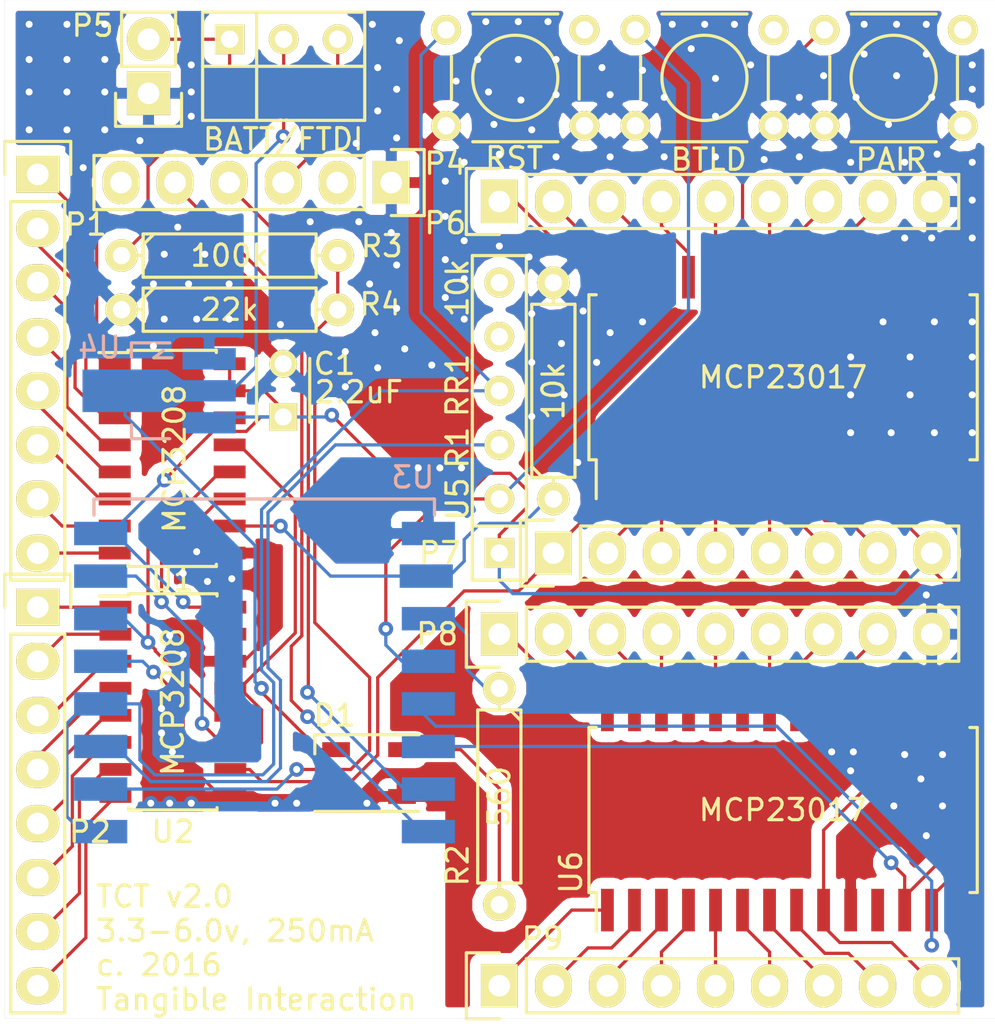
<source format=kicad_pcb>
(kicad_pcb (version 4) (host pcbnew 4.0.2-stable)
  (layers (0 F.Cu signal) (31 B.Cu signal) (34 B.Paste user hide) (35 F.Paste user hide) (36 B.SilkS user hide) (37 F.SilkS user hide) (38 B.Mask user hide) (39 F.Mask user hide) (44 Edge.Cuts user hide))
  (net 0 "")
  (net 1 GND)
  (net 2 "Net-(P1-Pad2)")
  (net 3 +BATT)
  (net 4 "Net-(P1-Pad4)")
  (net 5 "Net-(P1-Pad5)")
  (net 6 "Net-(P1-Pad6)")
  (net 7 "Net-(P2-Pad2)")
  (net 8 "Net-(P2-Pad4)")
  (net 9 "Net-(P2-Pad5)")
  (net 10 "Net-(P2-Pad6)")
  (net 11 BattSense)
  (net 12 +3V3)
  (net 13 "Net-(D1-Pad2)")
  (net 14 "Net-(D1-Pad4)")
  (net 15 "Net-(P1-Pad1)")
  (net 16 "Net-(P1-Pad3)")
  (net 17 "Net-(P1-Pad7)")
  (net 18 "Net-(P1-Pad8)")
  (net 19 "Net-(P4-Pad2)")
  (net 20 "Net-(P4-Pad4)")
  (net 21 "Net-(P6-Pad1)")
  (net 22 "Net-(P6-Pad2)")
  (net 23 "Net-(P6-Pad3)")
  (net 24 "Net-(P7-Pad1)")
  (net 25 "Net-(P7-Pad2)")
  (net 26 "Net-(P7-Pad3)")
  (net 27 "Net-(P7-Pad4)")
  (net 28 "Net-(P7-Pad5)")
  (net 29 "Net-(P7-Pad6)")
  (net 30 "Net-(P7-Pad7)")
  (net 31 Pair_sw)
  (net 32 "Net-(P4-Pad5)")
  (net 33 "Net-(P4-Pad6)")
  (net 34 +Vin)
  (net 35 "Net-(P2-Pad1)")
  (net 36 "Net-(P2-Pad3)")
  (net 37 "Net-(P2-Pad7)")
  (net 38 "Net-(P2-Pad8)")
  (net 39 FTDI_VCC)
  (net 40 "Net-(P6-Pad4)")
  (net 41 "Net-(P6-Pad5)")
  (net 42 "Net-(P6-Pad6)")
  (net 43 "Net-(P6-Pad7)")
  (net 44 "Net-(P6-Pad8)")
  (net 45 "Net-(P8-Pad1)")
  (net 46 "Net-(P8-Pad2)")
  (net 47 "Net-(P8-Pad3)")
  (net 48 "Net-(P8-Pad4)")
  (net 49 "Net-(P8-Pad5)")
  (net 50 "Net-(P8-Pad6)")
  (net 51 "Net-(P8-Pad7)")
  (net 52 "Net-(P8-Pad8)")
  (net 53 "Net-(P9-Pad1)")
  (net 54 "Net-(P9-Pad2)")
  (net 55 "Net-(P9-Pad3)")
  (net 56 "Net-(P9-Pad4)")
  (net 57 "Net-(P9-Pad5)")
  (net 58 "Net-(P9-Pad6)")
  (net 59 "Net-(P9-Pad7)")
  (net 60 "Net-(P9-Pad8)")
  (net 61 SPI_SS)
  (net 62 LED_stat)
  (net 63 BL_sw)
  (net 64 CH_PD)
  (net 65 RST)
  (net 66 "Net-(RR1-Pad5)")
  (net 67 "Net-(RR1-Pad6)")
  (net 68 MOSI)
  (net 69 MISO)
  (net 70 SPI_CLK)
  (net 71 SCL)
  (net 72 SDA)
  (module Housings_SOIC:SOIC-28_7.5x17.9mm_Pitch1.27mm (layer F.Cu) (at 54.61 52.6415 90)
    (fp_text reference U6 (at -2.921 -9.9695 270) (layer F.SilkS))
    (fp_text value MCP23017 (at 0 0 180) (layer F.SilkS))
    (pad 1 smd rect (at -4.7 -8.255 90) (size 2 0.6) (layers F.Cu F.Paste F.Mask) (net 53 "Net-(P9-Pad1)"))
    (pad 2 smd rect (at -4.7 -6.985 90) (size 2 0.6) (layers F.Cu F.Paste F.Mask) (net 54 "Net-(P9-Pad2)"))
    (pad 3 smd rect (at -4.7 -5.715 90) (size 2 0.6) (layers F.Cu F.Paste F.Mask) (net 55 "Net-(P9-Pad3)"))
    (pad 4 smd rect (at -4.7 -4.445 90) (size 2 0.6) (layers F.Cu F.Paste F.Mask) (net 56 "Net-(P9-Pad4)"))
    (pad 5 smd rect (at -4.7 -3.175 90) (size 2 0.6) (layers F.Cu F.Paste F.Mask) (net 57 "Net-(P9-Pad5)"))
    (pad 6 smd rect (at -4.7 -1.905 90) (size 2 0.6) (layers F.Cu F.Paste F.Mask) (net 58 "Net-(P9-Pad6)"))
    (pad 7 smd rect (at -4.7 -0.635 90) (size 2 0.6) (layers F.Cu F.Paste F.Mask) (net 59 "Net-(P9-Pad7)"))
    (pad 8 smd rect (at -4.7 0.635 90) (size 2 0.6) (layers F.Cu F.Paste F.Mask) (net 60 "Net-(P9-Pad8)"))
    (pad 9 smd rect (at -4.7 1.905 90) (size 2 0.6) (layers F.Cu F.Paste F.Mask) (net 12 +3V3))
    (pad 10 smd rect (at -4.7 3.175 90) (size 2 0.6) (layers F.Cu F.Paste F.Mask) (net 1 GND))
    (pad 11 smd rect (at -4.7 4.445 90) (size 2 0.6) (layers F.Cu F.Paste F.Mask))
    (pad 12 smd rect (at -4.7 5.715 90) (size 2 0.6) (layers F.Cu F.Paste F.Mask) (net 71 SCL))
    (pad 13 smd rect (at -4.7 6.985 90) (size 2 0.6) (layers F.Cu F.Paste F.Mask) (net 72 SDA))
    (pad 14 smd rect (at -4.7 8.255 90) (size 2 0.6) (layers F.Cu F.Paste F.Mask))
    (pad 15 smd rect (at 4.7 8.255 90) (size 2 0.6) (layers F.Cu F.Paste F.Mask) (net 12 +3V3))
    (pad 16 smd rect (at 4.7 6.985 90) (size 2 0.6) (layers F.Cu F.Paste F.Mask) (net 1 GND))
    (pad 17 smd rect (at 4.7 5.715 90) (size 2 0.6) (layers F.Cu F.Paste F.Mask) (net 1 GND))
    (pad 18 smd rect (at 4.7 4.445 90) (size 2 0.6) (layers F.Cu F.Paste F.Mask) (net 12 +3V3))
    (pad 19 smd rect (at 4.7 3.175 90) (size 2 0.6) (layers F.Cu F.Paste F.Mask))
    (pad 20 smd rect (at 4.7 1.905 90) (size 2 0.6) (layers F.Cu F.Paste F.Mask))
    (pad 21 smd rect (at 4.7 0.635 90) (size 2 0.6) (layers F.Cu F.Paste F.Mask) (net 52 "Net-(P8-Pad8)"))
    (pad 22 smd rect (at 4.7 -0.635 90) (size 2 0.6) (layers F.Cu F.Paste F.Mask) (net 51 "Net-(P8-Pad7)"))
    (pad 23 smd rect (at 4.7 -1.905 90) (size 2 0.6) (layers F.Cu F.Paste F.Mask) (net 50 "Net-(P8-Pad6)"))
    (pad 24 smd rect (at 4.7 -3.175 90) (size 2 0.6) (layers F.Cu F.Paste F.Mask) (net 49 "Net-(P8-Pad5)"))
    (pad 25 smd rect (at 4.7 -4.445 90) (size 2 0.6) (layers F.Cu F.Paste F.Mask) (net 48 "Net-(P8-Pad4)"))
    (pad 26 smd rect (at 4.7 -5.715 90) (size 2 0.6) (layers F.Cu F.Paste F.Mask) (net 47 "Net-(P8-Pad3)"))
    (pad 27 smd rect (at 4.7 -6.985 90) (size 2 0.6) (layers F.Cu F.Paste F.Mask) (net 46 "Net-(P8-Pad2)"))
    (pad 28 smd rect (at 4.7 -8.255 90) (size 2 0.6) (layers F.Cu F.Paste F.Mask) (net 45 "Net-(P8-Pad1)"))
  )
  (module Discret:R4 (layer F.Cu) (at 28.6004 29.1465)
    (fp_text reference R4 (at 7.0866 -0.254) (layer F.SilkS))
    (fp_text value 22k (at 0 0) (layer F.SilkS))
    (pad 1 thru_hole circle (at -5.08 0) (size 1.524 1.524) (drill 0.8128) (layers *.Cu *.Mask F.SilkS) (net 1 GND))
    (pad 2 thru_hole circle (at 5.08 0) (size 1.524 1.524) (drill 0.8128) (layers *.Cu *.Mask F.SilkS) (net 11 BattSense))
  )
  (module Pin_Headers:Pin_Header_Straight_1x06 (layer F.Cu) (at 36.195 23.1775 270)
    (fp_text reference P4 (at -0.889 -2.54 360) (layer F.SilkS))
    (fp_text value FTDI)
    (pad 1 thru_hole rect (at 0 0 270) (size 2.032 1.7272) (drill 1.016) (layers *.Cu *.Mask F.SilkS) (net 1 GND))
    (pad 2 thru_hole oval (at 0 2.54 270) (size 2.032 1.7272) (drill 1.016) (layers *.Cu *.Mask F.SilkS) (net 19 "Net-(P4-Pad2)"))
    (pad 3 thru_hole oval (at 0 5.08 270) (size 2.032 1.7272) (drill 1.016) (layers *.Cu *.Mask F.SilkS) (net 39 FTDI_VCC))
    (pad 4 thru_hole oval (at 0 7.62 270) (size 2.032 1.7272) (drill 1.016) (layers *.Cu *.Mask F.SilkS) (net 20 "Net-(P4-Pad4)"))
    (pad 5 thru_hole oval (at 0 10.16 270) (size 2.032 1.7272) (drill 1.016) (layers *.Cu *.Mask F.SilkS) (net 32 "Net-(P4-Pad5)"))
    (pad 6 thru_hole oval (at 0 12.7 270) (size 2.032 1.7272) (drill 1.016) (layers *.Cu *.Mask F.SilkS) (net 33 "Net-(P4-Pad6)"))
  )
  (module Discret:R4 (layer F.Cu) (at 43.815 32.9565 90)
    (fp_text reference R1 (at -2.667 -4.5085 90) (layer F.SilkS))
    (fp_text value 10k (at 0 0 90) (layer F.SilkS))
    (pad 1 thru_hole circle (at -5.08 0 90) (size 1.524 1.524) (drill 0.8128) (layers *.Cu *.Mask F.SilkS) (net 61 SPI_SS))
    (pad 2 thru_hole circle (at 5.08 0 90) (size 1.524 1.524) (drill 0.8128) (layers *.Cu *.Mask F.SilkS) (net 1 GND))
  )
  (module Buttons_Switches_ThroughHole:SW_Micro_SPST (layer F.Cu) (at 31.1404 18.9865)
    (fp_text reference "" (at 0 -2.54) (layer F.SilkS))
    (fp_text value BATT/FTDI (at -0.0254 2.159) (layer F.SilkS))
    (pad 1 smd rect (at -2.54 0) (size 1.397 1.397) (layers F.Cu F.Paste F.Mask) (net 3 +BATT))
    (pad 2 smd rect (at 0 0) (size 1.397 1.397) (layers F.Cu F.Paste F.Mask) (net 34 +Vin))
    (pad 3 smd rect (at 2.54 0) (size 1.397 1.397) (layers F.Cu F.Mask) (net 39 FTDI_VCC))
  )
  (module Capacitors_ThroughHole:C_Disc_D3_P2.5 (layer F.Cu) (at 31.115 34.1865 90)
    (fp_text reference C1 (at 2.5 2.413 180) (layer F.SilkS))
    (fp_text value 2.2uF (at 1.1665 3.556 180) (layer F.SilkS))
    (pad 1 thru_hole rect (at 0 0 90) (size 1.3 1.3) (drill 0.8) (layers *.Cu *.Mask F.SilkS) (net 12 +3V3))
    (pad 2 thru_hole circle (at 2.5 0 90) (size 1.3 1.3) (drill 0.8001) (layers *.Cu *.Mask F.SilkS) (net 1 GND))
  )
  (module LEDs:LED_NEOPIXEL (layer F.Cu) (at 35.153 50.9065)
    (fp_text reference D1 (at -1.625 -2.71) (layer F.SilkS))
    (fp_text value WS2812B)
    (pad 1 smd rect (at -1.55 -1.1 90) (size 0.7 1.3) (layers F.Cu F.Paste F.Mask) (net 34 +Vin))
    (pad 2 smd rect (at -1.55 1.1 90) (size 0.7 1.3) (layers F.Cu F.Paste F.Mask) (net 13 "Net-(D1-Pad2)"))
    (pad 3 smd rect (at 1.55 1.1 90) (size 0.7 1.3) (layers F.Cu F.Paste F.Mask) (net 1 GND))
    (pad 4 smd rect (at 1.55 -1.1 90) (size 0.7 1.3) (layers F.Cu F.Paste F.Mask) (net 14 "Net-(D1-Pad4)"))
  )
  (module Socket_Strips:Socket_Strip_Straight_1x08 (layer F.Cu) (at 19.5834 22.7965 270)
    (fp_text reference P1 (at 2.3495 -2.2606 360) (layer F.SilkS))
    (fp_text value "Analog In 7-0")
    (pad 1 thru_hole rect (at 0 0 270) (size 1.7272 2.032) (drill 1.016) (layers *.Cu *.Mask F.SilkS) (net 15 "Net-(P1-Pad1)"))
    (pad 2 thru_hole oval (at 2.54 0 270) (size 1.7272 2.032) (drill 1.016) (layers *.Cu *.Mask F.SilkS) (net 2 "Net-(P1-Pad2)"))
    (pad 3 thru_hole oval (at 5.08 0 270) (size 1.7272 2.032) (drill 1.016) (layers *.Cu *.Mask F.SilkS) (net 16 "Net-(P1-Pad3)"))
    (pad 4 thru_hole oval (at 7.62 0 270) (size 1.7272 2.032) (drill 1.016) (layers *.Cu *.Mask F.SilkS) (net 4 "Net-(P1-Pad4)"))
    (pad 5 thru_hole oval (at 10.16 0 270) (size 1.7272 2.032) (drill 1.016) (layers *.Cu *.Mask F.SilkS) (net 5 "Net-(P1-Pad5)"))
    (pad 6 thru_hole oval (at 12.7 0 270) (size 1.7272 2.032) (drill 1.016) (layers *.Cu *.Mask F.SilkS) (net 6 "Net-(P1-Pad6)"))
    (pad 7 thru_hole oval (at 15.24 0 270) (size 1.7272 2.032) (drill 1.016) (layers *.Cu *.Mask F.SilkS) (net 17 "Net-(P1-Pad7)"))
    (pad 8 thru_hole oval (at 17.78 0 270) (size 1.7272 2.032) (drill 1.016) (layers *.Cu *.Mask F.SilkS) (net 18 "Net-(P1-Pad8)"))
  )
  (module Socket_Strips:Socket_Strip_Straight_1x08 (layer F.Cu) (at 19.5834 43.1165 270)
    (fp_text reference P2 (at 10.541 -2.4511 360) (layer F.SilkS))
    (fp_text value "Analog In 15-8")
    (pad 1 thru_hole rect (at 0 0 270) (size 1.7272 2.032) (drill 1.016) (layers *.Cu *.Mask F.SilkS) (net 35 "Net-(P2-Pad1)"))
    (pad 2 thru_hole oval (at 2.54 0 270) (size 1.7272 2.032) (drill 1.016) (layers *.Cu *.Mask F.SilkS) (net 7 "Net-(P2-Pad2)"))
    (pad 3 thru_hole oval (at 5.08 0 270) (size 1.7272 2.032) (drill 1.016) (layers *.Cu *.Mask F.SilkS) (net 36 "Net-(P2-Pad3)"))
    (pad 4 thru_hole oval (at 7.62 0 270) (size 1.7272 2.032) (drill 1.016) (layers *.Cu *.Mask F.SilkS) (net 8 "Net-(P2-Pad4)"))
    (pad 5 thru_hole oval (at 10.16 0 270) (size 1.7272 2.032) (drill 1.016) (layers *.Cu *.Mask F.SilkS) (net 9 "Net-(P2-Pad5)"))
    (pad 6 thru_hole oval (at 12.7 0 270) (size 1.7272 2.032) (drill 1.016) (layers *.Cu *.Mask F.SilkS) (net 10 "Net-(P2-Pad6)"))
    (pad 7 thru_hole oval (at 15.24 0 270) (size 1.7272 2.032) (drill 1.016) (layers *.Cu *.Mask F.SilkS) (net 37 "Net-(P2-Pad7)"))
    (pad 8 thru_hole oval (at 17.78 0 270) (size 1.7272 2.032) (drill 1.016) (layers *.Cu *.Mask F.SilkS) (net 38 "Net-(P2-Pad8)"))
  )
  (module Socket_Strips:Socket_Strip_Straight_1x02 (layer F.Cu) (at 24.7904 18.9865 90)
    (fp_text reference P5 (at 3.175 -2.6289 180) (layer F.SilkS))
    (fp_text value LiPo)
    (pad 1 thru_hole rect (at 0 0 90) (size 2.032 2.032) (drill 1.016) (layers *.Cu *.Mask F.SilkS) (net 1 GND))
    (pad 2 thru_hole oval (at 2.54 0 90) (size 2.032 2.032) (drill 1.016) (layers *.Cu *.Mask F.SilkS) (net 3 +BATT))
  )
  (module Socket_Strips:Socket_Strip_Straight_1x09 (layer F.Cu) (at 41.275 24.0665)
    (fp_text reference P6 (at -2.54 1.016) (layer F.SilkS))
    (fp_text value "i/o 0-7")
    (pad 1 thru_hole rect (at 0 0) (size 1.7272 2.032) (drill 1.016) (layers *.Cu *.Mask F.SilkS) (net 21 "Net-(P6-Pad1)"))
    (pad 2 thru_hole oval (at 2.54 0) (size 1.7272 2.032) (drill 1.016) (layers *.Cu *.Mask F.SilkS) (net 22 "Net-(P6-Pad2)"))
    (pad 3 thru_hole oval (at 5.08 0) (size 1.7272 2.032) (drill 1.016) (layers *.Cu *.Mask F.SilkS) (net 23 "Net-(P6-Pad3)"))
    (pad 4 thru_hole oval (at 7.62 0) (size 1.7272 2.032) (drill 1.016) (layers *.Cu *.Mask F.SilkS) (net 40 "Net-(P6-Pad4)"))
    (pad 5 thru_hole oval (at 10.16 0) (size 1.7272 2.032) (drill 1.016) (layers *.Cu *.Mask F.SilkS) (net 41 "Net-(P6-Pad5)"))
    (pad 6 thru_hole oval (at 12.7 0) (size 1.7272 2.032) (drill 1.016) (layers *.Cu *.Mask F.SilkS) (net 42 "Net-(P6-Pad6)"))
    (pad 7 thru_hole oval (at 15.24 0) (size 1.7272 2.032) (drill 1.016) (layers *.Cu *.Mask F.SilkS) (net 43 "Net-(P6-Pad7)"))
    (pad 8 thru_hole oval (at 17.78 0) (size 1.7272 2.032) (drill 1.016) (layers *.Cu *.Mask F.SilkS) (net 44 "Net-(P6-Pad8)"))
    (pad 9 thru_hole oval (at 20.32 0) (size 1.7272 2.032) (drill 1.016) (layers *.Cu *.Mask F.SilkS) (net 1 GND))
  )
  (module Socket_Strips:Socket_Strip_Straight_1x08 (layer F.Cu) (at 43.815 40.5765)
    (fp_text reference P7 (at -5.334 0) (layer F.SilkS))
    (fp_text value "i/o 9-15")
    (pad 1 thru_hole rect (at 0 0) (size 1.7272 2.032) (drill 1.016) (layers *.Cu *.Mask F.SilkS) (net 24 "Net-(P7-Pad1)"))
    (pad 2 thru_hole oval (at 2.54 0) (size 1.7272 2.032) (drill 1.016) (layers *.Cu *.Mask F.SilkS) (net 25 "Net-(P7-Pad2)"))
    (pad 3 thru_hole oval (at 5.08 0) (size 1.7272 2.032) (drill 1.016) (layers *.Cu *.Mask F.SilkS) (net 26 "Net-(P7-Pad3)"))
    (pad 4 thru_hole oval (at 7.62 0) (size 1.7272 2.032) (drill 1.016) (layers *.Cu *.Mask F.SilkS) (net 27 "Net-(P7-Pad4)"))
    (pad 5 thru_hole oval (at 10.16 0) (size 1.7272 2.032) (drill 1.016) (layers *.Cu *.Mask F.SilkS) (net 28 "Net-(P7-Pad5)"))
    (pad 6 thru_hole oval (at 12.7 0) (size 1.7272 2.032) (drill 1.016) (layers *.Cu *.Mask F.SilkS) (net 29 "Net-(P7-Pad6)"))
    (pad 7 thru_hole oval (at 15.24 0) (size 1.7272 2.032) (drill 1.016) (layers *.Cu *.Mask F.SilkS) (net 30 "Net-(P7-Pad7)"))
    (pad 8 thru_hole oval (at 17.78 0) (size 1.7272 2.032) (drill 1.016) (layers *.Cu *.Mask F.SilkS) (net 12 +3V3))
  )
  (module Socket_Strips:Socket_Strip_Straight_1x09 (layer F.Cu) (at 41.275 44.3865)
    (fp_text reference P8 (at -2.921 0) (layer F.SilkS))
    (fp_text value "i/o 15-23")
    (pad 1 thru_hole rect (at 0 0) (size 1.7272 2.032) (drill 1.016) (layers *.Cu *.Mask F.SilkS) (net 45 "Net-(P8-Pad1)"))
    (pad 2 thru_hole oval (at 2.54 0) (size 1.7272 2.032) (drill 1.016) (layers *.Cu *.Mask F.SilkS) (net 46 "Net-(P8-Pad2)"))
    (pad 3 thru_hole oval (at 5.08 0) (size 1.7272 2.032) (drill 1.016) (layers *.Cu *.Mask F.SilkS) (net 47 "Net-(P8-Pad3)"))
    (pad 4 thru_hole oval (at 7.62 0) (size 1.7272 2.032) (drill 1.016) (layers *.Cu *.Mask F.SilkS) (net 48 "Net-(P8-Pad4)"))
    (pad 5 thru_hole oval (at 10.16 0) (size 1.7272 2.032) (drill 1.016) (layers *.Cu *.Mask F.SilkS) (net 49 "Net-(P8-Pad5)"))
    (pad 6 thru_hole oval (at 12.7 0) (size 1.7272 2.032) (drill 1.016) (layers *.Cu *.Mask F.SilkS) (net 50 "Net-(P8-Pad6)"))
    (pad 7 thru_hole oval (at 15.24 0) (size 1.7272 2.032) (drill 1.016) (layers *.Cu *.Mask F.SilkS) (net 51 "Net-(P8-Pad7)"))
    (pad 8 thru_hole oval (at 17.78 0) (size 1.7272 2.032) (drill 1.016) (layers *.Cu *.Mask F.SilkS) (net 52 "Net-(P8-Pad8)"))
    (pad 9 thru_hole oval (at 20.32 0) (size 1.7272 2.032) (drill 1.016) (layers *.Cu *.Mask F.SilkS) (net 1 GND))
  )
  (module Socket_Strips:Socket_Strip_Straight_1x09 (layer F.Cu) (at 41.275 60.8965)
    (fp_text reference P9 (at 2.032 -2.2225) (layer F.SilkS))
    (fp_text value "i/o 24-31")
    (pad 1 thru_hole rect (at 0 0) (size 1.7272 2.032) (drill 1.016) (layers *.Cu *.Mask F.SilkS) (net 53 "Net-(P9-Pad1)"))
    (pad 2 thru_hole oval (at 2.54 0) (size 1.7272 2.032) (drill 1.016) (layers *.Cu *.Mask F.SilkS) (net 54 "Net-(P9-Pad2)"))
    (pad 3 thru_hole oval (at 5.08 0) (size 1.7272 2.032) (drill 1.016) (layers *.Cu *.Mask F.SilkS) (net 55 "Net-(P9-Pad3)"))
    (pad 4 thru_hole oval (at 7.62 0) (size 1.7272 2.032) (drill 1.016) (layers *.Cu *.Mask F.SilkS) (net 56 "Net-(P9-Pad4)"))
    (pad 5 thru_hole oval (at 10.16 0) (size 1.7272 2.032) (drill 1.016) (layers *.Cu *.Mask F.SilkS) (net 57 "Net-(P9-Pad5)"))
    (pad 6 thru_hole oval (at 12.7 0) (size 1.7272 2.032) (drill 1.016) (layers *.Cu *.Mask F.SilkS) (net 58 "Net-(P9-Pad6)"))
    (pad 7 thru_hole oval (at 15.24 0) (size 1.7272 2.032) (drill 1.016) (layers *.Cu *.Mask F.SilkS) (net 59 "Net-(P9-Pad7)"))
    (pad 8 thru_hole oval (at 17.78 0) (size 1.7272 2.032) (drill 1.016) (layers *.Cu *.Mask F.SilkS) (net 60 "Net-(P9-Pad8)"))
    (pad 9 thru_hole oval (at 20.32 0) (size 1.7272 2.032) (drill 1.016) (layers *.Cu *.Mask F.SilkS) (net 12 +3V3))
  )
  (module Discret:R4 (layer F.Cu) (at 41.275 52.0065 270)
    (fp_text reference R2 (at 3.2385 1.9685 450) (layer F.SilkS))
    (fp_text value 560 (at 0 0 270) (layer F.SilkS))
    (pad 1 thru_hole circle (at -5.08 0 270) (size 1.524 1.524) (drill 0.8128) (layers *.Cu *.Mask F.SilkS) (net 62 LED_stat))
    (pad 2 thru_hole circle (at 5.08 0 270) (size 1.524 1.524) (drill 0.8128) (layers *.Cu *.Mask F.SilkS) (net 14 "Net-(D1-Pad4)"))
  )
  (module Discret:R4 (layer F.Cu) (at 28.6004 26.6065)
    (fp_text reference R3 (at 7.1501 -0.4445) (layer F.SilkS))
    (fp_text value 100k (at 0 0) (layer F.SilkS))
    (pad 1 thru_hole circle (at -5.08 0) (size 1.524 1.524) (drill 0.8128) (layers *.Cu *.Mask F.SilkS) (net 3 +BATT))
    (pad 2 thru_hole circle (at 5.08 0) (size 1.524 1.524) (drill 0.8128) (layers *.Cu *.Mask F.SilkS) (net 11 BattSense))
  )
  (module Resistors_ThroughHole:Resistor_Array_SIP5 (layer F.Cu) (at 41.275 34.2265 90)
    (fp_text reference RR1 (at 1.524 -1.9685 90) (layer F.SilkS))
    (fp_text value 10k (at 6.096 -1.9685 90) (layer F.SilkS))
    (pad 1 thru_hole rect (at -6.35 0 90) (size 1.397 1.397) (drill 0.8128) (layers *.Cu *.Mask F.SilkS) (net 12 +3V3))
    (pad 2 thru_hole circle (at -3.81 0 90) (size 1.397 1.397) (drill 0.8128) (layers *.Cu *.Mask F.SilkS) (net 63 BL_sw))
    (pad 3 thru_hole circle (at -1.27 0 90) (size 1.397 1.397) (drill 0.8128) (layers *.Cu *.Mask F.SilkS) (net 64 CH_PD))
    (pad 4 thru_hole circle (at 1.27 0 90) (size 1.397 1.397) (drill 0.8128) (layers *.Cu *.Mask F.SilkS) (net 65 RST))
    (pad 5 thru_hole circle (at 3.81 0 90) (size 1.397 1.397) (drill 0.8128) (layers *.Cu *.Mask F.SilkS) (net 66 "Net-(RR1-Pad5)"))
    (pad 6 thru_hole circle (at 6.35 0 90) (size 1.397 1.397) (drill 0.8128) (layers *.Cu *.Mask F.SilkS) (net 67 "Net-(RR1-Pad6)"))
  )
  (module Buttons_Switches_ThroughHole:SW_Micro_SPST (layer F.Cu) (at 31.1404 16.4465)
    (fp_text reference SW5 hide)
    (fp_text value "")
    (pad 1 thru_hole rect (at -2.54 0) (size 1.397 1.397) (drill 0.8128) (layers *.Cu *.Mask F.SilkS) (net 3 +BATT))
    (pad 2 thru_hole circle (at 0 0) (size 1.397 1.397) (drill 0.8128) (layers *.Cu *.Mask F.SilkS) (net 34 +Vin))
    (pad 3 thru_hole circle (at 2.54 0) (size 1.397 1.397) (drill 0.8128) (layers *.Cu *.Mask F.SilkS) (net 39 FTDI_VCC))
  )
  (module Housings_SOIC:SOIC-16_3.9x9.9mm_Pitch1.27mm (layer F.Cu) (at 25.9004 36.1315)
    (fp_text reference U1 (at 0.0076 5.715) (layer F.SilkS))
    (fp_text value MCP3208 (at 0.11018 0.016438 90) (layer F.SilkS))
    (pad 1 smd rect (at -2.7 -4.445) (size 1.5 0.6) (layers F.Cu F.Paste F.Mask) (net 15 "Net-(P1-Pad1)"))
    (pad 2 smd rect (at -2.7 -3.175) (size 1.5 0.6) (layers F.Cu F.Paste F.Mask) (net 2 "Net-(P1-Pad2)"))
    (pad 3 smd rect (at -2.7 -1.905) (size 1.5 0.6) (layers F.Cu F.Paste F.Mask) (net 16 "Net-(P1-Pad3)"))
    (pad 4 smd rect (at -2.7 -0.635) (size 1.5 0.6) (layers F.Cu F.Paste F.Mask) (net 4 "Net-(P1-Pad4)"))
    (pad 5 smd rect (at -2.7 0.635) (size 1.5 0.6) (layers F.Cu F.Paste F.Mask) (net 5 "Net-(P1-Pad5)"))
    (pad 6 smd rect (at -2.7 1.905) (size 1.5 0.6) (layers F.Cu F.Paste F.Mask) (net 6 "Net-(P1-Pad6)"))
    (pad 7 smd rect (at -2.7 3.175) (size 1.5 0.6) (layers F.Cu F.Paste F.Mask) (net 17 "Net-(P1-Pad7)"))
    (pad 8 smd rect (at -2.7 4.445) (size 1.5 0.6) (layers F.Cu F.Paste F.Mask) (net 18 "Net-(P1-Pad8)"))
    (pad 9 smd rect (at 2.7 4.445) (size 1.5 0.6) (layers F.Cu F.Paste F.Mask) (net 1 GND))
    (pad 10 smd rect (at 2.7 3.175) (size 1.5 0.6) (layers F.Cu F.Paste F.Mask) (net 61 SPI_SS))
    (pad 11 smd rect (at 2.7 1.905) (size 1.5 0.6) (layers F.Cu F.Paste F.Mask) (net 68 MOSI))
    (pad 12 smd rect (at 2.7 0.635) (size 1.5 0.6) (layers F.Cu F.Paste F.Mask) (net 69 MISO))
    (pad 13 smd rect (at 2.7 -0.635) (size 1.5 0.6) (layers F.Cu F.Paste F.Mask) (net 70 SPI_CLK))
    (pad 14 smd rect (at 2.7 -1.905) (size 1.5 0.6) (layers F.Cu F.Paste F.Mask) (net 1 GND))
    (pad 15 smd rect (at 2.7 -3.175) (size 1.5 0.6) (layers F.Cu F.Paste F.Mask) (net 12 +3V3))
    (pad 16 smd rect (at 2.7 -4.445) (size 1.5 0.6) (layers F.Cu F.Paste F.Mask) (net 12 +3V3))
  )
  (module Housings_SOIC:SOIC-16_3.9x9.9mm_Pitch1.27mm (layer F.Cu) (at 25.9334 47.5615)
    (fp_text reference U2 (at 0 6.096) (layer F.SilkS))
    (fp_text value MCP3208 (at 0 0 90) (layer F.SilkS))
    (pad 1 smd rect (at -2.7 -4.445) (size 1.5 0.6) (layers F.Cu F.Paste F.Mask) (net 35 "Net-(P2-Pad1)"))
    (pad 2 smd rect (at -2.7 -3.175) (size 1.5 0.6) (layers F.Cu F.Paste F.Mask) (net 7 "Net-(P2-Pad2)"))
    (pad 3 smd rect (at -2.7 -1.905) (size 1.5 0.6) (layers F.Cu F.Paste F.Mask) (net 36 "Net-(P2-Pad3)"))
    (pad 4 smd rect (at -2.7 -0.635) (size 1.5 0.6) (layers F.Cu F.Paste F.Mask) (net 8 "Net-(P2-Pad4)"))
    (pad 5 smd rect (at -2.7 0.635) (size 1.5 0.6) (layers F.Cu F.Paste F.Mask) (net 9 "Net-(P2-Pad5)"))
    (pad 6 smd rect (at -2.7 1.905) (size 1.5 0.6) (layers F.Cu F.Paste F.Mask) (net 10 "Net-(P2-Pad6)"))
    (pad 7 smd rect (at -2.7 3.175) (size 1.5 0.6) (layers F.Cu F.Paste F.Mask) (net 37 "Net-(P2-Pad7)"))
    (pad 8 smd rect (at -2.7 4.445) (size 1.5 0.6) (layers F.Cu F.Paste F.Mask) (net 38 "Net-(P2-Pad8)"))
    (pad 9 smd rect (at 2.7 4.445) (size 1.5 0.6) (layers F.Cu F.Paste F.Mask) (net 1 GND))
    (pad 10 smd rect (at 2.7 3.175) (size 1.5 0.6) (layers F.Cu F.Paste F.Mask) (net 24 "Net-(P7-Pad1)"))
    (pad 11 smd rect (at 2.7 1.905) (size 1.5 0.6) (layers F.Cu F.Paste F.Mask) (net 68 MOSI))
    (pad 12 smd rect (at 2.7 0.635) (size 1.5 0.6) (layers F.Cu F.Paste F.Mask) (net 69 MISO))
    (pad 13 smd rect (at 2.7 -0.635) (size 1.5 0.6) (layers F.Cu F.Paste F.Mask) (net 70 SPI_CLK))
    (pad 14 smd rect (at 2.7 -1.905) (size 1.5 0.6) (layers F.Cu F.Paste F.Mask) (net 1 GND))
    (pad 15 smd rect (at 2.7 -3.175) (size 1.5 0.6) (layers F.Cu F.Paste F.Mask) (net 12 +3V3))
    (pad 16 smd rect (at 2.7 -4.445) (size 1.5 0.6) (layers F.Cu F.Paste F.Mask) (net 12 +3V3))
  )
  (module TO_SOT_Packages_SMD:SOT89-3_Housing_Handsoldering (layer B.Cu) (at 25.2857 32.9565 270)
    (fp_text reference U4 (at -2.032 2.8067 360) (layer B.SilkS) (effects (justify mirror)))
    (fp_text value MCP1700-3302)
    (pad 1 smd rect (at -1.50114 -2.35204 270) (size 1.00076 2.5019) (layers B.Cu B.Paste B.Mask) (net 1 GND))
    (pad 2 smd rect (at 0 -2.35204 270) (size 1.00076 2.5019) (layers B.Cu B.Paste B.Mask) (net 34 +Vin))
    (pad 3 smd rect (at 1.50114 -2.35204 270) (size 1.00076 2.5019) (layers B.Cu B.Paste B.Mask) (net 12 +3V3))
    (pad 2 smd rect (at 0 1.6002 270) (size 1.99898 4.0005) (layers B.Cu B.Paste B.Mask) (net 34 +Vin))
    (pad 2 smd trapezoid (at 0 -0.7493 90) (size 1.50114 0.7493) (rect_delta 0 -0.50038) (layers B.Cu B.Paste B.Mask) (net 34 +Vin))
  )
  (module Housings_SOIC:SOIC-28_7.5x17.9mm_Pitch1.27mm (layer F.Cu) (at 54.61 32.3215 90)
    (fp_text reference U5 (at -5.715 -15.3035 270) (layer F.SilkS))
    (fp_text value MCP23017 (at 0 0 180) (layer F.SilkS))
    (pad 1 smd rect (at -4.7 -8.255 90) (size 2 0.6) (layers F.Cu F.Paste F.Mask) (net 31 Pair_sw))
    (pad 2 smd rect (at -4.7 -6.985 90) (size 2 0.6) (layers F.Cu F.Paste F.Mask) (net 24 "Net-(P7-Pad1)"))
    (pad 3 smd rect (at -4.7 -5.715 90) (size 2 0.6) (layers F.Cu F.Paste F.Mask) (net 25 "Net-(P7-Pad2)"))
    (pad 4 smd rect (at -4.7 -4.445 90) (size 2 0.6) (layers F.Cu F.Paste F.Mask) (net 26 "Net-(P7-Pad3)"))
    (pad 5 smd rect (at -4.7 -3.175 90) (size 2 0.6) (layers F.Cu F.Paste F.Mask) (net 27 "Net-(P7-Pad4)"))
    (pad 6 smd rect (at -4.7 -1.905 90) (size 2 0.6) (layers F.Cu F.Paste F.Mask) (net 28 "Net-(P7-Pad5)"))
    (pad 7 smd rect (at -4.7 -0.635 90) (size 2 0.6) (layers F.Cu F.Paste F.Mask) (net 29 "Net-(P7-Pad6)"))
    (pad 8 smd rect (at -4.7 0.635 90) (size 2 0.6) (layers F.Cu F.Paste F.Mask) (net 30 "Net-(P7-Pad7)"))
    (pad 9 smd rect (at -4.7 1.905 90) (size 2 0.6) (layers F.Cu F.Paste F.Mask) (net 12 +3V3))
    (pad 10 smd rect (at -4.7 3.175 90) (size 2 0.6) (layers F.Cu F.Paste F.Mask) (net 1 GND))
    (pad 11 smd rect (at -4.7 4.445 90) (size 2 0.6) (layers F.Cu F.Paste F.Mask))
    (pad 12 smd rect (at -4.7 5.715 90) (size 2 0.6) (layers F.Cu F.Paste F.Mask) (net 71 SCL))
    (pad 13 smd rect (at -4.7 6.985 90) (size 2 0.6) (layers F.Cu F.Paste F.Mask) (net 72 SDA))
    (pad 14 smd rect (at -4.7 8.255 90) (size 2 0.6) (layers F.Cu F.Paste F.Mask))
    (pad 15 smd rect (at 4.7 8.255 90) (size 2 0.6) (layers F.Cu F.Paste F.Mask) (net 1 GND))
    (pad 16 smd rect (at 4.7 6.985 90) (size 2 0.6) (layers F.Cu F.Paste F.Mask) (net 1 GND))
    (pad 17 smd rect (at 4.7 5.715 90) (size 2 0.6) (layers F.Cu F.Paste F.Mask) (net 1 GND))
    (pad 18 smd rect (at 4.7 4.445 90) (size 2 0.6) (layers F.Cu F.Paste F.Mask) (net 12 +3V3))
    (pad 19 smd rect (at 4.7 3.175 90) (size 2 0.6) (layers F.Cu F.Paste F.Mask))
    (pad 20 smd rect (at 4.7 1.905 90) (size 2 0.6) (layers F.Cu F.Paste F.Mask))
    (pad 21 smd rect (at 4.7 0.635 90) (size 2 0.6) (layers F.Cu F.Paste F.Mask) (net 44 "Net-(P6-Pad8)"))
    (pad 22 smd rect (at 4.7 -0.635 90) (size 2 0.6) (layers F.Cu F.Paste F.Mask) (net 43 "Net-(P6-Pad7)"))
    (pad 23 smd rect (at 4.7 -1.905 90) (size 2 0.6) (layers F.Cu F.Paste F.Mask) (net 42 "Net-(P6-Pad6)"))
    (pad 24 smd rect (at 4.7 -3.175 90) (size 2 0.6) (layers F.Cu F.Paste F.Mask) (net 41 "Net-(P6-Pad5)"))
    (pad 25 smd rect (at 4.7 -4.445 90) (size 2 0.6) (layers F.Cu F.Paste F.Mask) (net 40 "Net-(P6-Pad4)"))
    (pad 26 smd rect (at 4.7 -5.715 90) (size 2 0.6) (layers F.Cu F.Paste F.Mask) (net 23 "Net-(P6-Pad3)"))
    (pad 27 smd rect (at 4.7 -6.985 90) (size 2 0.6) (layers F.Cu F.Paste F.Mask) (net 22 "Net-(P6-Pad2)"))
    (pad 28 smd rect (at 4.7 -8.255 90) (size 2 0.6) (layers F.Cu F.Paste F.Mask) (net 21 "Net-(P6-Pad1)"))
  )
  (module ESP8266:ESP-12E_Brendan (layer B.Cu) (at 23.241 53.6575)
    (fp_text reference U3 (at 13.97 -16.637 180) (layer B.SilkS) (effects (justify mirror)))
    (fp_text value ESP-12E)
    (pad 1 smd rect (at 0 0) (size 2.5 1.1) (drill (offset -0.7 0)) (layers B.Cu B.Paste B.Mask) (net 65 RST))
    (pad 2 smd rect (at 0 -2) (size 2.5 1.1) (drill (offset -0.7 0)) (layers B.Cu B.Paste B.Mask) (net 11 BattSense))
    (pad 3 smd rect (at 0 -4) (size 2.5 1.1) (drill (offset -0.7 0)) (layers B.Cu B.Paste B.Mask) (net 64 CH_PD))
    (pad 4 smd rect (at 0 -6) (size 2.5 1.1) (drill (offset -0.7 0)) (layers B.Cu B.Paste B.Mask) (net 65 RST))
    (pad 5 smd rect (at 0 -8) (size 2.5 1.1) (drill (offset -0.7 0)) (layers B.Cu B.Paste B.Mask) (net 70 SPI_CLK))
    (pad 6 smd rect (at 0 -10) (size 2.5 1.1) (drill (offset -0.7 0)) (layers B.Cu B.Paste B.Mask) (net 69 MISO))
    (pad 7 smd rect (at 0 -12) (size 2.5 1.1) (drill (offset -0.7 0)) (layers B.Cu B.Paste B.Mask) (net 68 MOSI))
    (pad 8 smd rect (at 0 -14) (size 2.5 1.1) (drill (offset -0.7 0)) (layers B.Cu B.Paste B.Mask) (net 12 +3V3))
    (pad 9 smd rect (at 14 -14) (size 2.5 1.1) (drill (offset 0.7 0)) (layers B.Cu B.Paste B.Mask) (net 1 GND))
    (pad 10 smd rect (at 14 -12) (size 2.5 1.1) (drill (offset 0.6 0)) (layers B.Cu B.Paste B.Mask) (net 61 SPI_SS))
    (pad 11 smd rect (at 14 -10) (size 2.5 1.1) (drill (offset 0.7 0)) (layers B.Cu B.Paste B.Mask) (net 62 LED_stat))
    (pad 12 smd rect (at 14 -8) (size 2.5 1.1) (drill (offset 0.7 0)) (layers B.Cu B.Paste B.Mask) (net 63 BL_sw))
    (pad 13 smd rect (at 14 -6) (size 2.5 1.1) (drill (offset 0.7 0)) (layers B.Cu B.Paste B.Mask) (net 72 SDA))
    (pad 14 smd rect (at 14 -4) (size 2.5 1.1) (drill (offset 0.7 0)) (layers B.Cu B.Paste B.Mask) (net 71 SCL))
    (pad 15 smd rect (at 14 -2) (size 2.5 1.1) (drill (offset 0.7 0)) (layers B.Cu B.Paste B.Mask) (net 20 "Net-(P4-Pad4)"))
    (pad 16 smd rect (at 14 0) (size 2.5 1.1) (drill (offset 0.7 0)) (layers B.Cu B.Paste B.Mask) (net 32 "Net-(P4-Pad5)"))
  )
  (module Buttons_Switches_ThroughHole:SW_PUSH_SMALL (layer F.Cu) (at 50.9155 18.2605)
    (fp_text reference SW3 hide)
    (fp_text value BTLD (at 0.202 3.8375) (layer F.SilkS))
    (pad 1 thru_hole circle (at 3.25 -2.25) (size 1.397 1.397) (drill 0.8128) (layers *.Cu *.Mask F.SilkS) (net 63 BL_sw))
    (pad 2 thru_hole circle (at 3.25 2.25) (size 1.397 1.397) (drill 0.8128) (layers *.Cu *.Mask F.SilkS) (net 1 GND))
    (pad 1 thru_hole circle (at -3.25 -2.25) (size 1.397 1.397) (drill 0.8128) (layers *.Cu *.Mask F.SilkS) (net 63 BL_sw))
    (pad 2 thru_hole circle (at -3.25 2.25) (size 1.397 1.397) (drill 0.8128) (layers *.Cu *.Mask F.SilkS) (net 1 GND))
  )
  (module Buttons_Switches_ThroughHole:SW_PUSH_SMALL (layer F.Cu) (at 59.8055 18.2605)
    (fp_text reference SW2 hide)
    (fp_text value PAIR (at -0.1155 3.8375) (layer F.SilkS))
    (pad 1 thru_hole circle (at 3.25 -2.25) (size 1.397 1.397) (drill 0.8128) (layers *.Cu *.Mask F.SilkS) (net 31 Pair_sw))
    (pad 2 thru_hole circle (at 3.25 2.25) (size 1.397 1.397) (drill 0.8128) (layers *.Cu *.Mask F.SilkS) (net 1 GND))
    (pad 1 thru_hole circle (at -3.25 -2.25) (size 1.397 1.397) (drill 0.8128) (layers *.Cu *.Mask F.SilkS) (net 31 Pair_sw))
    (pad 2 thru_hole circle (at -3.25 2.25) (size 1.397 1.397) (drill 0.8128) (layers *.Cu *.Mask F.SilkS) (net 1 GND))
  )
  (module Buttons_Switches_ThroughHole:SW_PUSH_SMALL (layer F.Cu) (at 42.0255 18.2605)
    (fp_text reference SW1 hide)
    (fp_text value RST (at -0.052 3.774) (layer F.SilkS))
    (pad 1 thru_hole circle (at 3.25 -2.25) (size 1.397 1.397) (drill 0.8128) (layers *.Cu *.Mask F.SilkS) (net 65 RST))
    (pad 2 thru_hole circle (at 3.25 2.25) (size 1.397 1.397) (drill 0.8128) (layers *.Cu *.Mask F.SilkS) (net 1 GND))
    (pad 1 thru_hole circle (at -3.25 -2.25) (size 1.397 1.397) (drill 0.8128) (layers *.Cu *.Mask F.SilkS) (net 65 RST))
    (pad 2 thru_hole circle (at -3.25 2.25) (size 1.397 1.397) (drill 0.8128) (layers *.Cu *.Mask F.SilkS) (net 1 GND))
  )
  (gr_line (start 18.034 62.4205) (end 18.034 14.605) (layer Edge.Cuts) (width 0.01))
  (gr_line (start 64.5795 62.4205) (end 18.034 62.4205) (layer Edge.Cuts) (width 0.01))
  (gr_line (start 64.5795 14.605) (end 64.5795 62.4205) (layer Edge.Cuts) (width 0.01))
  (gr_line (start 18.034 14.605) (end 64.5795 14.605) (layer Edge.Cuts) (width 0.01))
  (gr_text "TCT v2.0 \n3.3-6.0v, 250mA\nc. 2016 \nTangible Interaction" (at 22.225 59.1185) (layer F.SilkS) (effects (font (size 1 1)) (justify left)))
  (segment (start 36.703 52.0065) (end 38.2905 52.0065) (width 0.1524) (layer F.Cu) (net 1))
  (via (at 56.896004 49.911) (size 0.6858) (drill 0.3302) (layers F.Cu B.Cu) (net 1))
  (segment (start 41.783 58.801) (end 50.673 49.911) (width 0.1524) (layer F.Cu) (net 1))
  (segment (start 39.497 53.213) (end 39.497 58.801) (width 0.1524) (layer F.Cu) (net 1))
  (segment (start 50.673 49.911) (end 56.896004 49.911) (width 0.1524) (layer F.Cu) (net 1))
  (segment (start 38.2905 52.0065) (end 39.497 53.213) (width 0.1524) (layer F.Cu) (net 1))
  (segment (start 39.497 58.801) (end 41.783 58.801) (width 0.1524) (layer F.Cu) (net 1))
  (segment (start 26.289 29.591) (end 25.019 30.861) (width 0.1524) (layer B.Cu) (net 1))
  (segment (start 27.051 29.591) (end 26.289 29.591) (width 0.1524) (layer B.Cu) (net 1))
  (segment (start 25.019 30.09901) (end 25.019 30.861) (width 0.1524) (layer F.Cu) (net 1))
  (segment (start 25.52701 29.591) (end 25.019 30.09901) (width 0.1524) (layer F.Cu) (net 1))
  (via (at 25.019 30.861) (size 0.6858) (drill 0.3302) (layers F.Cu B.Cu) (net 1))
  (segment (start 26.67 27.94) (end 26.67 29.21) (width 0.1524) (layer F.Cu) (net 1))
  (segment (start 26.67 29.21) (end 27.051 29.591) (width 0.1524) (layer F.Cu) (net 1))
  (via (at 27.051 29.591) (size 0.6858) (drill 0.3302) (layers F.Cu B.Cu) (net 1))
  (segment (start 25.527 25.908) (end 25.527 26.543) (width 0.1524) (layer F.Cu) (net 1))
  (segment (start 26.162 25.273) (end 25.527 25.908) (width 0.1524) (layer F.Cu) (net 1))
  (segment (start 25.527 26.797) (end 25.527 26.543) (width 0.1524) (layer B.Cu) (net 1))
  (segment (start 25.438101 26.885899) (end 25.527 26.797) (width 0.1524) (layer B.Cu) (net 1))
  (via (at 25.527 26.543) (size 0.6858) (drill 0.3302) (layers F.Cu B.Cu) (net 1))
  (segment (start 25.019 29.08299) (end 25.52701 29.591) (width 0.1524) (layer B.Cu) (net 1))
  (segment (start 25.4 29.71801) (end 25.52701 29.591) (width 0.1524) (layer B.Cu) (net 1))
  (segment (start 25.4 29.845) (end 25.4 29.71801) (width 0.1524) (layer B.Cu) (net 1))
  (segment (start 25.019 27.94) (end 25.019 29.08299) (width 0.1524) (layer B.Cu) (net 1))
  (via (at 25.52701 29.591) (size 0.6858) (drill 0.3302) (layers F.Cu B.Cu) (net 1))
  (segment (start 28.1305 29.4005) (end 28.1305 29.504433) (width 0.1524) (layer B.Cu) (net 1))
  (segment (start 28.1305 29.504433) (end 28.217067 29.591) (width 0.1524) (layer B.Cu) (net 1))
  (segment (start 27.63774 30.528262) (end 28.575002 29.591) (width 0.1524) (layer B.Cu) (net 1))
  (segment (start 28.217067 29.591) (end 28.575002 29.591) (width 0.1524) (layer B.Cu) (net 1))
  (segment (start 27.63774 31.45536) (end 27.63774 30.528262) (width 0.1524) (layer B.Cu) (net 1))
  (segment (start 28.702 29.717998) (end 28.575002 29.591) (width 0.1524) (layer B.Cu) (net 1))
  (segment (start 28.702 29.972) (end 28.702 29.717998) (width 0.1524) (layer B.Cu) (net 1))
  (segment (start 28.575 29.590998) (end 28.575002 29.591) (width 0.1524) (layer B.Cu) (net 1))
  (via (at 28.575002 29.591) (size 0.6858) (drill 0.3302) (layers F.Cu B.Cu) (net 1))
  (segment (start 28.575 27.94) (end 28.575 29.590998) (width 0.1524) (layer B.Cu) (net 1))
  (segment (start 30.734 52.324) (end 31.75 52.324) (width 0.1524) (layer F.Cu) (net 1))
  (via (at 30.734 52.324) (size 0.6858) (drill 0.3302) (layers F.Cu B.Cu) (net 1))
  (segment (start 24.892 52.324) (end 25.781 52.324) (width 0.1524) (layer B.Cu) (net 1))
  (via (at 24.892 52.324) (size 0.6858) (drill 0.3302) (layers F.Cu B.Cu) (net 1))
  (segment (start 26.797 52.324) (end 25.781 52.324) (width 0.1524) (layer B.Cu) (net 1))
  (via (at 25.781 52.324) (size 0.6858) (drill 0.3302) (layers F.Cu B.Cu) (net 1))
  (segment (start 25.908 49.911002) (end 25.908 51.435) (width 0.1524) (layer F.Cu) (net 1))
  (segment (start 25.908 51.435) (end 26.797 52.324) (width 0.1524) (layer F.Cu) (net 1))
  (via (at 26.797 52.324) (size 0.6858) (drill 0.3302) (layers F.Cu B.Cu) (net 1))
  (segment (start 61.341 53.213) (end 62.103 52.451) (width 0.1524) (layer F.Cu) (net 1))
  (segment (start 61.341 53.848) (end 61.341 53.213) (width 0.1524) (layer F.Cu) (net 1))
  (segment (start 62.103 50.038) (end 62.103 52.451) (width 0.1524) (layer B.Cu) (net 1))
  (via (at 62.103 52.451) (size 0.6858) (drill 0.3302) (layers F.Cu B.Cu) (net 1))
  (segment (start 60.706 51.562) (end 61.087 51.181) (width 0.1524) (layer F.Cu) (net 1))
  (segment (start 60.325 51.562) (end 60.706 51.562) (width 0.1524) (layer F.Cu) (net 1))
  (segment (start 61.341 51.435) (end 61.087 51.181) (width 0.1524) (layer B.Cu) (net 1))
  (segment (start 61.341 53.848) (end 61.341 51.435) (width 0.1524) (layer B.Cu) (net 1))
  (via (at 61.087 51.181) (size 0.6858) (drill 0.3302) (layers F.Cu B.Cu) (net 1))
  (segment (start 60.325 51.943) (end 59.817 52.451) (width 0.1524) (layer F.Cu) (net 1))
  (segment (start 57.785 50.799988) (end 59.436012 52.451) (width 0.1524) (layer B.Cu) (net 1))
  (segment (start 59.436012 52.451) (end 59.817 52.451) (width 0.1524) (layer B.Cu) (net 1))
  (segment (start 59.69 52.324) (end 59.817 52.451) (width 0.1524) (layer B.Cu) (net 1))
  (segment (start 60.325 51.562) (end 60.325 51.943) (width 0.1524) (layer F.Cu) (net 1))
  (segment (start 59.69 51.966067) (end 59.69 52.324) (width 0.1524) (layer B.Cu) (net 1))
  (via (at 59.817 52.451) (size 0.6858) (drill 0.3302) (layers F.Cu B.Cu) (net 1))
  (segment (start 59.69 51.68899) (end 59.69 51.966067) (width 0.1524) (layer B.Cu) (net 1))
  (segment (start 59.69 50.673) (end 59.69 51.966067) (width 0.1524) (layer B.Cu) (net 1))
  (segment (start 60.325 50.038) (end 59.69 50.673) (width 0.1524) (layer B.Cu) (net 1))
  (segment (start 57.91201 49.911) (end 59.69 51.68899) (width 0.1524) (layer B.Cu) (net 1))
  (via (at 61.341 53.848) (size 0.6858) (drill 0.3302) (layers F.Cu B.Cu) (net 1))
  (segment (start 60.325 50.038) (end 62.103 50.038) (width 0.1524) (layer F.Cu) (net 1))
  (via (at 62.103 50.038) (size 0.6858) (drill 0.3302) (layers F.Cu B.Cu) (net 1))
  (via (at 60.325 50.038) (size 0.6858) (drill 0.3302) (layers F.Cu B.Cu) (net 1))
  (segment (start 55.245002 22.098) (end 55.372002 21.971) (width 0.1524) (layer B.Cu) (net 1))
  (segment (start 55.626002 22.225) (end 55.372002 21.971) (width 0.1524) (layer F.Cu) (net 1))
  (segment (start 53.721 22.098) (end 55.245002 22.098) (width 0.1524) (layer B.Cu) (net 1))
  (segment (start 57.784998 22.225) (end 55.626002 22.225) (width 0.1524) (layer F.Cu) (net 1))
  (via (at 55.372002 21.971) (size 0.6858) (drill 0.3302) (layers F.Cu B.Cu) (net 1))
  (segment (start 61.468 22.225) (end 60.325002 22.225) (width 0.1524) (layer F.Cu) (net 1))
  (segment (start 61.849 21.844) (end 61.468 22.225) (width 0.1524) (layer F.Cu) (net 1))
  (segment (start 59.563 21.462998) (end 60.325002 22.225) (width 0.1524) (layer F.Cu) (net 1))
  (segment (start 59.563 20.447) (end 59.563 21.462998) (width 0.1524) (layer F.Cu) (net 1))
  (segment (start 57.784998 22.225) (end 60.325002 22.225) (width 0.1524) (layer B.Cu) (net 1))
  (via (at 60.325002 22.225) (size 0.6858) (drill 0.3302) (layers F.Cu B.Cu) (net 1))
  (segment (start 62.23 22.225) (end 61.849 21.844) (width 0.1524) (layer F.Cu) (net 1))
  (segment (start 63.5 22.225) (end 62.23 22.225) (width 0.1524) (layer F.Cu) (net 1))
  (segment (start 61.087 20.955) (end 61.087 21.082) (width 0.1524) (layer B.Cu) (net 1))
  (segment (start 61.087 21.082) (end 61.849 21.844) (width 0.1524) (layer B.Cu) (net 1))
  (segment (start 61.595 21.59) (end 61.849 21.844) (width 0.1524) (layer B.Cu) (net 1))
  (segment (start 61.595 19.177) (end 61.595 21.59) (width 0.1524) (layer B.Cu) (net 1))
  (via (at 61.849 21.844) (size 0.6858) (drill 0.3302) (layers F.Cu B.Cu) (net 1))
  (segment (start 59.944004 20.065996) (end 59.563 20.447) (width 0.1524) (layer B.Cu) (net 1))
  (segment (start 59.944004 18.161) (end 59.944004 20.065996) (width 0.1524) (layer B.Cu) (net 1))
  (via (at 59.563 20.447) (size 0.6858) (drill 0.3302) (layers F.Cu B.Cu) (net 1))
  (segment (start 44.958 36.322) (end 46.355 34.925) (width 0.1524) (layer B.Cu) (net 1))
  (segment (start 46.355 34.925) (end 57.785 34.925) (width 0.1524) (layer B.Cu) (net 1))
  (segment (start 42.799 34.163) (end 44.958 36.322) (width 0.1524) (layer F.Cu) (net 1))
  (via (at 44.958 36.322) (size 0.6858) (drill 0.3302) (layers F.Cu B.Cu) (net 1))
  (segment (start 44.196 30.734) (end 45.212 29.718) (width 0.1524) (layer F.Cu) (net 1))
  (segment (start 45.212 29.718) (end 45.212 29.21) (width 0.1524) (layer F.Cu) (net 1))
  (segment (start 45.847 31.623) (end 45.085 31.623) (width 0.1524) (layer B.Cu) (net 1))
  (segment (start 45.085 31.623) (end 44.196 30.734) (width 0.1524) (layer B.Cu) (net 1))
  (via (at 44.196 30.734) (size 0.6858) (drill 0.3302) (layers F.Cu B.Cu) (net 1))
  (segment (start 44.323 33.147) (end 45.847 31.623) (width 0.1524) (layer F.Cu) (net 1))
  (via (at 45.847 31.623) (size 0.6858) (drill 0.3302) (layers F.Cu B.Cu) (net 1))
  (segment (start 42.799 34.163) (end 43.307 34.163) (width 0.1524) (layer B.Cu) (net 1))
  (segment (start 43.307 34.163) (end 44.323 33.147) (width 0.1524) (layer B.Cu) (net 1))
  (via (at 44.323 33.147) (size 0.6858) (drill 0.3302) (layers F.Cu B.Cu) (net 1))
  (segment (start 42.799 31.623) (end 42.799 34.163) (width 0.1524) (layer F.Cu) (net 1))
  (via (at 42.799 34.163) (size 0.6858) (drill 0.3302) (layers F.Cu B.Cu) (net 1))
  (segment (start 42.799 29.337) (end 42.799 31.623) (width 0.1524) (layer B.Cu) (net 1))
  (via (at 42.799 31.623) (size 0.6858) (drill 0.3302) (layers F.Cu B.Cu) (net 1))
  (segment (start 44.45 29.972) (end 43.434 29.972) (width 0.1524) (layer F.Cu) (net 1))
  (segment (start 43.434 29.972) (end 42.799 29.337) (width 0.1524) (layer F.Cu) (net 1))
  (via (at 42.799 29.337) (size 0.6858) (drill 0.3302) (layers F.Cu B.Cu) (net 1))
  (segment (start 45.212 29.21) (end 44.45 29.972) (width 0.1524) (layer F.Cu) (net 1))
  (segment (start 39.878 26.162) (end 39.624 25.908) (width 0.1524) (layer F.Cu) (net 1))
  (segment (start 41.275 26.162) (end 39.878 26.162) (width 0.1524) (layer F.Cu) (net 1))
  (segment (start 39.624 25.273) (end 39.624 25.908) (width 0.1524) (layer B.Cu) (net 1))
  (segment (start 39.37 25.019) (end 39.624 25.273) (width 0.1524) (layer B.Cu) (net 1))
  (via (at 39.624 25.908) (size 0.6858) (drill 0.3302) (layers F.Cu B.Cu) (net 1))
  (segment (start 39.624 29.591) (end 39.624 27.686) (width 0.1524) (layer F.Cu) (net 1))
  (segment (start 39.624 27.328067) (end 39.624 27.686) (width 0.1524) (layer B.Cu) (net 1))
  (via (at 39.624 27.686) (size 0.6858) (drill 0.3302) (layers F.Cu B.Cu) (net 1))
  (segment (start 39.624 21.844) (end 39.624 22.225) (width 0.1524) (layer F.Cu) (net 1))
  (segment (start 41.021 20.447) (end 39.624 21.844) (width 0.1524) (layer F.Cu) (net 1))
  (segment (start 39.624 22.225002) (end 39.624 22.225) (width 0.1524) (layer B.Cu) (net 1))
  (segment (start 39.408101 22.440901) (end 39.624 22.225002) (width 0.1524) (layer B.Cu) (net 1))
  (via (at 39.624 22.225) (size 0.6858) (drill 0.3302) (layers F.Cu B.Cu) (net 1))
  (segment (start 38.735 23.367998) (end 38.735 23.114) (width 0.1524) (layer F.Cu) (net 1))
  (segment (start 38.631065 23.471933) (end 38.735 23.367998) (width 0.1524) (layer F.Cu) (net 1))
  (segment (start 38.608002 23.471933) (end 38.631065 23.471933) (width 0.1524) (layer F.Cu) (net 1))
  (segment (start 39.092933 22.756067) (end 38.735 23.114) (width 0.1524) (layer B.Cu) (net 1))
  (segment (start 39.092933 22.606) (end 39.092933 22.756067) (width 0.1524) (layer B.Cu) (net 1))
  (via (at 38.735 23.114) (size 0.6858) (drill 0.3302) (layers F.Cu B.Cu) (net 1))
  (segment (start 39.624 29.464004) (end 39.624 29.591) (width 0.1524) (layer B.Cu) (net 1))
  (segment (start 38.734996 28.575) (end 39.624 29.464004) (width 0.1524) (layer B.Cu) (net 1))
  (segment (start 39.624 34.417) (end 39.624 29.591) (width 0.1524) (layer F.Cu) (net 1))
  (segment (start 39.497 34.544) (end 39.624 34.417) (width 0.1524) (layer F.Cu) (net 1))
  (via (at 39.624 29.591) (size 0.6858) (drill 0.3302) (layers F.Cu B.Cu) (net 1))
  (segment (start 38.734998 23.598929) (end 38.734998 24.765) (width 0.1524) (layer F.Cu) (net 1))
  (segment (start 38.608002 23.471933) (end 38.734998 23.598929) (width 0.1524) (layer F.Cu) (net 1))
  (segment (start 38.734998 26.797) (end 38.734998 24.765) (width 0.1524) (layer B.Cu) (net 1))
  (via (at 38.734998 24.765) (size 0.6858) (drill 0.3302) (layers F.Cu B.Cu) (net 1))
  (segment (start 38.735 26.797) (end 38.734998 26.797) (width 0.1524) (layer F.Cu) (net 1))
  (via (at 38.734998 26.797) (size 0.6858) (drill 0.3302) (layers F.Cu B.Cu) (net 1))
  (segment (start 38.734996 26.797004) (end 38.734996 28.575) (width 0.1524) (layer F.Cu) (net 1))
  (segment (start 38.735 26.797) (end 38.734996 26.797004) (width 0.1524) (layer F.Cu) (net 1))
  (via (at 38.734996 28.575) (size 0.6858) (drill 0.3302) (layers F.Cu B.Cu) (net 1))
  (segment (start 42.164002 26.162) (end 41.275 26.162) (width 0.1524) (layer B.Cu) (net 1))
  (segment (start 42.672 26.669998) (end 42.164002 26.162) (width 0.1524) (layer B.Cu) (net 1))
  (via (at 41.275 26.162) (size 0.6858) (drill 0.3302) (layers F.Cu B.Cu) (net 1))
  (segment (start 45.466 21.844) (end 45.085 22.225) (width 0.1524) (layer B.Cu) (net 1))
  (segment (start 46.482 21.844) (end 45.466 21.844) (width 0.1524) (layer B.Cu) (net 1))
  (segment (start 44.704 21.844) (end 45.085 22.225) (width 0.1524) (layer F.Cu) (net 1))
  (segment (start 44.069 21.844) (end 44.704 21.844) (width 0.1524) (layer F.Cu) (net 1))
  (segment (start 48.514 22.352) (end 47.625 22.352) (width 0.1524) (layer B.Cu) (net 1))
  (segment (start 47.117 21.844) (end 47.625 22.352) (width 0.1524) (layer F.Cu) (net 1))
  (segment (start 46.482 21.844) (end 47.117 21.844) (width 0.1524) (layer F.Cu) (net 1))
  (segment (start 49.022 21.844) (end 48.514 22.352) (width 0.1524) (layer B.Cu) (net 1))
  (segment (start 41.021 19.177) (end 40.767 18.923) (width 0.1524) (layer B.Cu) (net 1))
  (segment (start 41.021 20.447) (end 41.021 19.177) (width 0.1524) (layer B.Cu) (net 1))
  (segment (start 38.989 18.923) (end 40.767 18.923) (width 0.1524) (layer F.Cu) (net 1))
  (segment (start 38.862 18.796) (end 38.989 18.923) (width 0.1524) (layer F.Cu) (net 1))
  (via (at 40.767 18.923) (size 0.6858) (drill 0.3302) (layers F.Cu B.Cu) (net 1))
  (via (at 41.021 20.447) (size 0.6858) (drill 0.3302) (layers F.Cu B.Cu) (net 1))
  (segment (start 45.466 17.399) (end 45.974 17.907) (width 0.1524) (layer B.Cu) (net 1))
  (segment (start 43.942 17.399) (end 45.466 17.399) (width 0.1524) (layer B.Cu) (net 1))
  (segment (start 47.879 17.907) (end 45.974 17.907) (width 0.1524) (layer F.Cu) (net 1))
  (via (at 46.101 17.78) (size 0.6858) (drill 0.3302) (layers F.Cu B.Cu) (net 1))
  (segment (start 38.862004 18.796) (end 39.243 18.415004) (width 0.1524) (layer B.Cu) (net 1))
  (segment (start 38.862 18.796) (end 38.862004 18.796) (width 0.1524) (layer B.Cu) (net 1))
  (segment (start 39.243 18.415) (end 39.243 18.415004) (width 0.1524) (layer F.Cu) (net 1))
  (segment (start 40.259 17.399) (end 39.243 18.415) (width 0.1524) (layer F.Cu) (net 1))
  (via (at 39.243 18.415004) (size 0.6858) (drill 0.3302) (layers F.Cu B.Cu) (net 1))
  (segment (start 35.306 17.526) (end 35.56 17.78) (width 0.1524) (layer F.Cu) (net 1))
  (segment (start 35.306 15.748) (end 35.306 17.526) (width 0.1524) (layer F.Cu) (net 1))
  (segment (start 35.56 19.812) (end 35.56 17.78) (width 0.1524) (layer B.Cu) (net 1))
  (via (at 35.56 17.78) (size 0.6858) (drill 0.3302) (layers F.Cu B.Cu) (net 1))
  (segment (start 36.576 16.51) (end 36.576 16.509998) (width 0.1524) (layer F.Cu) (net 1))
  (segment (start 36.449 16.637) (end 36.576 16.51) (width 0.1524) (layer F.Cu) (net 1))
  (segment (start 36.067998 16.509998) (end 36.576 16.509998) (width 0.1524) (layer B.Cu) (net 1))
  (segment (start 35.306 15.748) (end 36.067998 16.509998) (width 0.1524) (layer B.Cu) (net 1))
  (via (at 36.576 16.509998) (size 0.6858) (drill 0.3302) (layers F.Cu B.Cu) (net 1))
  (via (at 35.56 19.812) (size 0.6858) (drill 0.3302) (layers F.Cu B.Cu) (net 1))
  (via (at 35.306 15.748) (size 0.6858) (drill 0.3302) (layers F.Cu B.Cu) (net 1))
  (segment (start 36.449 18.796) (end 36.449 16.637) (width 0.1524) (layer B.Cu) (net 1))
  (segment (start 36.449 21.082) (end 36.449 18.796) (width 0.1524) (layer F.Cu) (net 1))
  (via (at 36.449 18.796) (size 0.6858) (drill 0.3302) (layers F.Cu B.Cu) (net 1))
  (segment (start 34.544 21.336) (end 36.195 21.336) (width 0.1524) (layer B.Cu) (net 1))
  (segment (start 36.195 21.336) (end 36.449 21.082) (width 0.1524) (layer B.Cu) (net 1))
  (via (at 36.449 21.082) (size 0.6858) (drill 0.3302) (layers F.Cu B.Cu) (net 1))
  (segment (start 26.797 17.653) (end 26.797 20.066) (width 0.1524) (layer B.Cu) (net 1))
  (segment (start 26.797 18.923) (end 26.797 20.066) (width 0.1524) (layer F.Cu) (net 1))
  (via (at 26.797 20.066) (size 0.6858) (drill 0.3302) (layers F.Cu B.Cu) (net 1))
  (via (at 26.797 17.653) (size 0.6858) (drill 0.3302) (layers F.Cu B.Cu) (net 1))
  (segment (start 26.797 18.923) (end 26.797 17.653) (width 0.1524) (layer F.Cu) (net 1))
  (segment (start 24.7904 18.9865) (end 26.7335 18.9865) (width 0.1524) (layer B.Cu) (net 1))
  (segment (start 26.7335 18.9865) (end 26.797 18.923) (width 0.1524) (layer B.Cu) (net 1))
  (via (at 26.797 18.923) (size 0.6858) (drill 0.3302) (layers F.Cu B.Cu) (net 1))
  (segment (start 21.717 21.717) (end 21.717 22.478994) (width 0.1524) (layer F.Cu) (net 1))
  (segment (start 22.733 20.701) (end 21.717 21.717) (width 0.1524) (layer F.Cu) (net 1))
  (segment (start 22.986994 21.209) (end 21.717 22.478994) (width 0.1524) (layer B.Cu) (net 1))
  (segment (start 23.899067 21.209) (end 22.986994 21.209) (width 0.1524) (layer B.Cu) (net 1))
  (via (at 21.717 22.478994) (size 0.6858) (drill 0.3302) (layers F.Cu B.Cu) (net 1))
  (segment (start 24.7904 20.8026) (end 24.384 21.209) (width 0.1524) (layer F.Cu) (net 1))
  (segment (start 24.7904 18.9865) (end 24.7904 20.8026) (width 0.1524) (layer F.Cu) (net 1))
  (via (at 24.384 21.209) (size 0.6858) (drill 0.3302) (layers F.Cu B.Cu) (net 1))
  (segment (start 23.368 21.209) (end 23.899067 21.209) (width 0.1524) (layer B.Cu) (net 1))
  (segment (start 23.241 21.082) (end 23.368 21.209) (width 0.1524) (layer B.Cu) (net 1))
  (segment (start 23.899067 21.209) (end 24.384 21.209) (width 0.1524) (layer B.Cu) (net 1))
  (segment (start 20.955 18.923) (end 22.733 20.701) (width 0.1524) (layer B.Cu) (net 1))
  (via (at 22.733 20.701) (size 0.6858) (drill 0.3302) (layers F.Cu B.Cu) (net 1))
  (segment (start 19.177 20.700996) (end 19.176996 20.701) (width 0.1524) (layer B.Cu) (net 1))
  (segment (start 19.177 18.923) (end 19.177 20.700996) (width 0.1524) (layer B.Cu) (net 1))
  (segment (start 20.955 20.701) (end 19.176996 20.701) (width 0.1524) (layer F.Cu) (net 1))
  (via (at 19.176996 20.701) (size 0.6858) (drill 0.3302) (layers F.Cu B.Cu) (net 1))
  (segment (start 19.177 15.748) (end 20.955 15.748) (width 0.1524) (layer F.Cu) (net 1))
  (segment (start 22.733002 15.748) (end 20.955 15.748) (width 0.1524) (layer B.Cu) (net 1))
  (via (at 20.955 15.748) (size 0.6858) (drill 0.3302) (layers F.Cu B.Cu) (net 1))
  (segment (start 20.955 21.717) (end 20.955 20.701) (width 0.1524) (layer B.Cu) (net 1))
  (segment (start 21.59 22.352) (end 20.955 21.717) (width 0.1524) (layer B.Cu) (net 1))
  (via (at 20.955 20.701) (size 0.6858) (drill 0.3302) (layers F.Cu B.Cu) (net 1))
  (segment (start 20.955 17.399) (end 20.955 18.923) (width 0.1524) (layer F.Cu) (net 1))
  (via (at 20.955 18.923) (size 0.6858) (drill 0.3302) (layers F.Cu B.Cu) (net 1))
  (segment (start 19.177004 17.399) (end 20.955 17.399) (width 0.1524) (layer B.Cu) (net 1))
  (via (at 20.955 17.399) (size 0.6858) (drill 0.3302) (layers F.Cu B.Cu) (net 1))
  (segment (start 34.671 32.766) (end 35.56 31.877) (width 0.1524) (layer B.Cu) (net 1))
  (segment (start 34.036 32.766) (end 34.671 32.766) (width 0.1524) (layer B.Cu) (net 1))
  (segment (start 35.687 31.75) (end 35.56 31.877) (width 0.1524) (layer F.Cu) (net 1))
  (segment (start 38.1 31.75) (end 35.687 31.75) (width 0.1524) (layer F.Cu) (net 1))
  (via (at 35.56 31.877) (size 0.6858) (drill 0.3302) (layers F.Cu B.Cu) (net 1))
  (segment (start 36.83 29.463996) (end 36.83 30.988) (width 0.1524) (layer F.Cu) (net 1))
  (segment (start 36.449004 29.083) (end 36.83 29.463996) (width 0.1524) (layer F.Cu) (net 1))
  (segment (start 37.338 30.988) (end 36.83 30.988) (width 0.1524) (layer B.Cu) (net 1))
  (segment (start 38.1 31.75) (end 37.338 30.988) (width 0.1524) (layer B.Cu) (net 1))
  (via (at 36.83 30.988) (size 0.6858) (drill 0.3302) (layers F.Cu B.Cu) (net 1))
  (segment (start 35.179 27.94) (end 35.179 29.972) (width 0.1524) (layer F.Cu) (net 1))
  (segment (start 35.179 29.972) (end 35.433 30.226) (width 0.1524) (layer F.Cu) (net 1))
  (segment (start 34.036 31.115) (end 34.925 30.226) (width 0.1524) (layer B.Cu) (net 1))
  (segment (start 34.925 30.226) (end 35.433 30.226) (width 0.1524) (layer B.Cu) (net 1))
  (via (at 35.433 30.226) (size 0.6858) (drill 0.3302) (layers F.Cu B.Cu) (net 1))
  (segment (start 36.449 29.082996) (end 36.449004 29.083) (width 0.1524) (layer B.Cu) (net 1))
  (segment (start 36.449 27.051) (end 36.449 29.082996) (width 0.1524) (layer B.Cu) (net 1))
  (via (at 36.449004 29.083) (size 0.6858) (drill 0.3302) (layers F.Cu B.Cu) (net 1))
  (segment (start 35.687 25.019) (end 36.195 25.527) (width 0.1524) (layer F.Cu) (net 1))
  (segment (start 34.671 25.019) (end 35.687 25.019) (width 0.1524) (layer F.Cu) (net 1))
  (segment (start 35.710067 25.527) (end 36.195 25.527) (width 0.1524) (layer B.Cu) (net 1))
  (segment (start 35.56 25.273004) (end 35.56 25.376933) (width 0.1524) (layer B.Cu) (net 1))
  (via (at 36.195 25.527) (size 0.6858) (drill 0.3302) (layers F.Cu B.Cu) (net 1))
  (segment (start 35.56 25.376933) (end 35.710067 25.527) (width 0.1524) (layer B.Cu) (net 1))
  (segment (start 36.195 23.1775) (end 36.195 25.527) (width 0.1524) (layer F.Cu) (net 1))
  (segment (start 34.417008 25.019008) (end 32.385 25.019008) (width 0.1524) (layer F.Cu) (net 1))
  (segment (start 36.449 27.051) (end 34.417008 25.019008) (width 0.1524) (layer F.Cu) (net 1))
  (segment (start 32.385008 25.019) (end 32.385 25.019008) (width 0.1524) (layer B.Cu) (net 1))
  (segment (start 34.671 25.019) (end 32.385008 25.019) (width 0.1524) (layer B.Cu) (net 1))
  (via (at 32.385 25.019008) (size 0.6858) (drill 0.3302) (layers F.Cu B.Cu) (net 1))
  (segment (start 36.449 26.797) (end 34.671 25.019) (width 0.1524) (layer B.Cu) (net 1))
  (segment (start 36.449 27.305) (end 36.449 26.797) (width 0.1524) (layer B.Cu) (net 1))
  (via (at 34.671 25.019) (size 0.6858) (drill 0.3302) (layers F.Cu B.Cu) (net 1))
  (segment (start 35.179 27.94) (end 36.195 26.924) (width 0.1524) (layer B.Cu) (net 1))
  (segment (start 36.195 26.924) (end 36.195 23.1775) (width 0.1524) (layer B.Cu) (net 1))
  (via (at 35.179 27.94) (size 0.6858) (drill 0.3302) (layers F.Cu B.Cu) (net 1))
  (segment (start 34.036 32.766) (end 34.036 31.115) (width 0.1524) (layer F.Cu) (net 1))
  (via (at 34.036 31.115) (size 0.6858) (drill 0.3302) (layers F.Cu B.Cu) (net 1))
  (via (at 34.036 32.766) (size 0.6858) (drill 0.3302) (layers F.Cu B.Cu) (net 1))
  (via (at 38.1 31.75) (size 0.6858) (drill 0.3302) (layers F.Cu B.Cu) (net 1))
  (via (at 36.449 27.051) (size 0.6858) (drill 0.3302) (layers F.Cu B.Cu) (net 1))
  (segment (start 29.972 29.845) (end 29.972 30.5435) (width 0.1524) (layer F.Cu) (net 1))
  (segment (start 29.972 30.5435) (end 31.115 31.6865) (width 0.1524) (layer F.Cu) (net 1))
  (segment (start 30.988 29.845) (end 29.972 29.845) (width 0.1524) (layer F.Cu) (net 1))
  (via (at 30.988 29.845) (size 0.6858) (drill 0.3302) (layers F.Cu B.Cu) (net 1))
  (segment (start 25.019 27.94) (end 25.019 27.305) (width 0.1524) (layer B.Cu) (net 1))
  (segment (start 25.4 26.924) (end 25.438101 26.885899) (width 0.1524) (layer B.Cu) (net 1))
  (segment (start 25.019 27.305) (end 25.438101 26.885899) (width 0.1524) (layer B.Cu) (net 1))
  (segment (start 25.4 27.94) (end 25.4 26.924) (width 0.1524) (layer B.Cu) (net 1))
  (segment (start 26.504901 25.615899) (end 27.432 26.542998) (width 0.1524) (layer B.Cu) (net 1))
  (segment (start 26.162 25.273) (end 26.504901 25.615899) (width 0.1524) (layer B.Cu) (net 1))
  (segment (start 28.575 27.94) (end 27.432 26.797) (width 0.1524) (layer F.Cu) (net 1))
  (segment (start 27.432 26.797) (end 27.432 26.542998) (width 0.1524) (layer F.Cu) (net 1))
  (via (at 27.432 26.542998) (size 0.6858) (drill 0.3302) (layers F.Cu B.Cu) (net 1))
  (segment (start 24.7269 27.94) (end 25.019 27.94) (width 0.1524) (layer F.Cu) (net 1))
  (segment (start 23.5204 29.1465) (end 24.7269 27.94) (width 0.1524) (layer F.Cu) (net 1))
  (via (at 25.019 27.94) (size 0.6858) (drill 0.3302) (layers F.Cu B.Cu) (net 1))
  (segment (start 27.63774 28.90774) (end 26.67 27.94) (width 0.1524) (layer B.Cu) (net 1))
  (segment (start 27.63774 31.45536) (end 27.63774 28.90774) (width 0.1524) (layer B.Cu) (net 1))
  (via (at 26.67 27.94) (size 0.6858) (drill 0.3302) (layers F.Cu B.Cu) (net 1))
  (via (at 28.575 27.94) (size 0.6858) (drill 0.3302) (layers F.Cu B.Cu) (net 1))
  (via (at 26.162 25.273) (size 0.6858) (drill 0.3302) (layers F.Cu B.Cu) (net 1))
  (segment (start 57.785 50.799988) (end 56.896012 49.911) (width 0.1524) (layer F.Cu) (net 1))
  (segment (start 56.896012 49.911) (end 56.896004 49.911) (width 0.1524) (layer F.Cu) (net 1))
  (segment (start 57.91201 49.911) (end 56.896004 49.911) (width 0.1524) (layer F.Cu) (net 1))
  (via (at 57.785 50.799988) (size 0.6858) (drill 0.3302) (layers F.Cu B.Cu) (net 1))
  (segment (start 61.595 46.22801) (end 57.91201 49.911) (width 0.1524) (layer B.Cu) (net 1))
  (segment (start 61.595 44.3865) (end 61.595 46.22801) (width 0.1524) (layer B.Cu) (net 1))
  (via (at 57.91201 49.911) (size 0.6858) (drill 0.3302) (layers F.Cu B.Cu) (net 1))
  (segment (start 37.465 36.576) (end 39.497 34.544) (width 0.1524) (layer F.Cu) (net 1))
  (segment (start 39.497 36.576) (end 39.497 34.544) (width 0.1524) (layer F.Cu) (net 1))
  (segment (start 38.481 36.576) (end 39.497 36.576) (width 0.1524) (layer B.Cu) (net 1))
  (via (at 39.497 36.576) (size 0.6858) (drill 0.3302) (layers F.Cu B.Cu) (net 1))
  (segment (start 37.465 36.576) (end 38.481 36.576) (width 0.1524) (layer F.Cu) (net 1))
  (via (at 38.481 36.576) (size 0.6858) (drill 0.3302) (layers F.Cu B.Cu) (net 1))
  (segment (start 35.687 39.624) (end 35.687 38.354) (width 0.1524) (layer B.Cu) (net 1))
  (segment (start 35.687 38.354) (end 37.465 36.576) (width 0.1524) (layer B.Cu) (net 1))
  (via (at 37.465 36.576) (size 0.6858) (drill 0.3302) (layers F.Cu B.Cu) (net 1))
  (segment (start 35.7205 39.6575) (end 35.687 39.624) (width 0.1524) (layer B.Cu) (net 1))
  (segment (start 37.241 39.6575) (end 35.7205 39.6575) (width 0.1524) (layer B.Cu) (net 1))
  (segment (start 60.325 51.562) (end 60.325 47.9415) (width 0.1524) (layer F.Cu) (net 1))
  (segment (start 28.6334 45.6565) (end 26.7335 45.6565) (width 0.1524) (layer F.Cu) (net 1))
  (segment (start 26.7335 45.6565) (end 26.416 45.339) (width 0.1524) (layer F.Cu) (net 1))
  (segment (start 28.6004 40.5765) (end 28.6004 41.6814) (width 0.1524) (layer F.Cu) (net 1))
  (segment (start 28.6004 41.6814) (end 28.702 41.783) (width 0.1524) (layer F.Cu) (net 1))
  (segment (start 28.702 41.91) (end 28.702 41.783) (width 0.1524) (layer B.Cu) (net 1))
  (via (at 28.702 41.783) (size 0.6858) (drill 0.3302) (layers F.Cu B.Cu) (net 1))
  (segment (start 27.178 41.529) (end 27.559 41.91) (width 0.1524) (layer F.Cu) (net 1))
  (segment (start 26.67 41.529) (end 27.178 41.529) (width 0.1524) (layer F.Cu) (net 1))
  (segment (start 28.702 41.91) (end 27.559 41.91) (width 0.1524) (layer B.Cu) (net 1))
  (via (at 27.559 41.91) (size 0.6858) (drill 0.3302) (layers F.Cu B.Cu) (net 1))
  (segment (start 26.758899 41.186101) (end 26.416 41.529) (width 0.1524) (layer F.Cu) (net 1))
  (segment (start 26.67 41.529) (end 26.416 41.529) (width 0.1524) (layer B.Cu) (net 1))
  (segment (start 26.885899 41.186101) (end 26.758899 41.186101) (width 0.1524) (layer F.Cu) (net 1))
  (via (at 26.416 41.529) (size 0.6858) (drill 0.3302) (layers F.Cu B.Cu) (net 1))
  (segment (start 28.6004 40.5765) (end 27.4955 40.5765) (width 0.1524) (layer F.Cu) (net 1))
  (segment (start 27.4955 40.5765) (end 26.885899 41.186101) (width 0.1524) (layer F.Cu) (net 1))
  (segment (start 27.051 40.512998) (end 27.051 41.021) (width 0.1524) (layer F.Cu) (net 1))
  (segment (start 27.051 41.021) (end 26.885899 41.186101) (width 0.1524) (layer F.Cu) (net 1))
  (via (at 27.051 40.512998) (size 0.6858) (drill 0.3302) (layers F.Cu B.Cu) (net 1))
  (segment (start 26.416 45.085) (end 26.416 45.339) (width 0.1524) (layer F.Cu) (net 1))
  (via (at 26.416 45.339) (size 0.6858) (drill 0.3302) (layers F.Cu B.Cu) (net 1))
  (segment (start 25.781 44.45) (end 26.416 45.085) (width 0.1524) (layer F.Cu) (net 1))
  (segment (start 25.4 49.784) (end 25.4 49.022) (width 0.1524) (layer F.Cu) (net 1))
  (segment (start 25.527 49.911) (end 25.4 49.784) (width 0.1524) (layer F.Cu) (net 1))
  (segment (start 25.4 48.768) (end 25.4 49.022) (width 0.1524) (layer B.Cu) (net 1))
  (via (at 25.4 49.022) (size 0.6858) (drill 0.3302) (layers F.Cu B.Cu) (net 1))
  (segment (start 25.4 47.879) (end 25.4 48.768) (width 0.1524) (layer B.Cu) (net 1))
  (via (at 25.4 47.879) (size 0.6858) (drill 0.3302) (layers F.Cu B.Cu) (net 1))
  (segment (start 28.1834 52.0065) (end 26.087902 49.911002) (width 0.1524) (layer F.Cu) (net 1))
  (segment (start 28.6334 52.0065) (end 28.1834 52.0065) (width 0.1524) (layer F.Cu) (net 1))
  (segment (start 25.907998 49.911) (end 25.908 49.911002) (width 0.1524) (layer F.Cu) (net 1))
  (segment (start 26.087902 49.911002) (end 25.908 49.911002) (width 0.1524) (layer F.Cu) (net 1))
  (segment (start 25.527 49.911) (end 25.907998 49.911) (width 0.1524) (layer F.Cu) (net 1))
  (segment (start 25.907998 49.911) (end 25.908 49.911002) (width 0.1524) (layer B.Cu) (net 1))
  (segment (start 25.527 49.911) (end 25.907998 49.911) (width 0.1524) (layer B.Cu) (net 1))
  (via (at 25.908 49.911002) (size 0.6858) (drill 0.3302) (layers F.Cu B.Cu) (net 1))
  (segment (start 35.052016 52.324) (end 31.75 52.324) (width 0.1524) (layer B.Cu) (net 1))
  (segment (start 31.115 52.324) (end 31.75 52.324) (width 0.1524) (layer F.Cu) (net 1))
  (via (at 31.75 52.324) (size 0.6858) (drill 0.3302) (layers F.Cu B.Cu) (net 1))
  (segment (start 30.035506 52.0065) (end 30.48 52.450994) (width 0.1524) (layer F.Cu) (net 1))
  (segment (start 31.138067 52.451) (end 31.138061 52.450994) (width 0.1524) (layer F.Cu) (net 1))
  (segment (start 30.226 52.324) (end 31.115 52.324) (width 0.1524) (layer F.Cu) (net 1))
  (segment (start 31.138061 52.450994) (end 30.48 52.450994) (width 0.1524) (layer F.Cu) (net 1))
  (segment (start 30.988 52.451) (end 31.138067 52.451) (width 0.1524) (layer F.Cu) (net 1))
  (segment (start 28.6334 52.0065) (end 30.035506 52.0065) (width 0.1524) (layer F.Cu) (net 1))
  (segment (start 31.115 52.324) (end 31.115 52.427933) (width 0.1524) (layer F.Cu) (net 1))
  (segment (start 31.115 52.427933) (end 31.138067 52.451) (width 0.1524) (layer F.Cu) (net 1))
  (segment (start 30.861 52.324) (end 30.988 52.451) (width 0.1524) (layer F.Cu) (net 1))
  (segment (start 45.847 30.226) (end 46.482 30.226) (width 0.1524) (layer B.Cu) (net 1))
  (segment (start 46.99 29.718) (end 46.482 30.226) (width 0.1524) (layer F.Cu) (net 1))
  (segment (start 48.006 29.718) (end 46.99 29.718) (width 0.1524) (layer F.Cu) (net 1))
  (segment (start 46.139101 30.568899) (end 46.482 30.226) (width 0.1524) (layer B.Cu) (net 1))
  (via (at 46.482 30.226) (size 0.6858) (drill 0.3302) (layers F.Cu B.Cu) (net 1))
  (segment (start 45.72 29.718) (end 46.609 29.718) (width 0.1524) (layer F.Cu) (net 1))
  (segment (start 45.212 29.21) (end 45.72 29.718) (width 0.1524) (layer F.Cu) (net 1))
  (segment (start 44.704 29.718) (end 45.212 29.21) (width 0.1524) (layer B.Cu) (net 1))
  (segment (start 44.323 29.718) (end 44.704 29.718) (width 0.1524) (layer B.Cu) (net 1))
  (segment (start 48.006 29.718) (end 45.72 29.718) (width 0.1524) (layer B.Cu) (net 1))
  (segment (start 45.72 29.718) (end 45.212 29.21) (width 0.1524) (layer B.Cu) (net 1))
  (segment (start 45.1485 29.21) (end 45.212 29.21) (width 0.1524) (layer B.Cu) (net 1))
  (segment (start 43.815 27.8765) (end 45.1485 29.21) (width 0.1524) (layer B.Cu) (net 1))
  (via (at 45.212 29.21) (size 0.6858) (drill 0.3302) (layers F.Cu B.Cu) (net 1))
  (segment (start 38.608 24.384) (end 38.608002 24.383998) (width 0.1524) (layer F.Cu) (net 1))
  (segment (start 38.608002 24.383998) (end 38.608002 23.471933) (width 0.1524) (layer F.Cu) (net 1))
  (segment (start 39.37 22.479) (end 39.243 22.606) (width 0.1524) (layer B.Cu) (net 1))
  (segment (start 39.243002 22.606) (end 39.092933 22.606) (width 0.1524) (layer B.Cu) (net 1))
  (segment (start 39.243 22.606) (end 39.092933 22.606) (width 0.1524) (layer B.Cu) (net 1))
  (segment (start 39.408101 22.440901) (end 39.243002 22.606) (width 0.1524) (layer B.Cu) (net 1))
  (segment (start 39.37 22.479) (end 39.408101 22.440901) (width 0.1524) (layer B.Cu) (net 1))
  (segment (start 39.624 27.178004) (end 39.624 27.328067) (width 0.1524) (layer B.Cu) (net 1))
  (segment (start 39.751 27.305) (end 39.647067 27.305) (width 0.1524) (layer B.Cu) (net 1))
  (segment (start 39.647067 27.305) (end 39.624 27.328067) (width 0.1524) (layer B.Cu) (net 1))
  (segment (start 39.37 26.924004) (end 39.624 27.178004) (width 0.1524) (layer B.Cu) (net 1))
  (segment (start 39.497 22.352) (end 39.37 22.479) (width 0.1524) (layer B.Cu) (net 1))
  (segment (start 42.164 21.844) (end 41.275 21.844) (width 0.1524) (layer B.Cu) (net 1))
  (segment (start 43.307 20.701) (end 42.164 21.844) (width 0.1524) (layer B.Cu) (net 1))
  (segment (start 41.529 22.098) (end 41.275 21.844) (width 0.1524) (layer F.Cu) (net 1))
  (segment (start 42.926 22.098) (end 41.529 22.098) (width 0.1524) (layer F.Cu) (net 1))
  (segment (start 42.418 20.701) (end 41.275 21.844) (width 0.1524) (layer B.Cu) (net 1))
  (segment (start 43.307 20.701) (end 42.418 20.701) (width 0.1524) (layer B.Cu) (net 1))
  (via (at 41.275 21.844) (size 0.6858) (drill 0.3302) (layers F.Cu B.Cu) (net 1))
  (via (at 46.482 21.971) (size 0.6858) (drill 0.3302) (layers F.Cu B.Cu) (net 1))
  (segment (start 43.307 19.939) (end 43.307 20.701) (width 0.1524) (layer F.Cu) (net 1))
  (segment (start 44.45 18.796) (end 43.307 19.939) (width 0.1524) (layer F.Cu) (net 1))
  (via (at 42.799 20.701) (size 0.6858) (drill 0.3302) (layers F.Cu B.Cu) (net 1))
  (segment (start 48.872 19.304) (end 48.895 19.304) (width 0.1524) (layer F.Cu) (net 1))
  (segment (start 48.895 18.923) (end 48.895 19.304) (width 0.1524) (layer B.Cu) (net 1))
  (segment (start 47.879 17.907) (end 48.895 18.923) (width 0.1524) (layer B.Cu) (net 1))
  (segment (start 47.6655 20.5105) (end 48.872 19.304) (width 0.1524) (layer F.Cu) (net 1))
  (segment (start 49.022 19.431) (end 48.895 19.304) (width 0.1524) (layer F.Cu) (net 1))
  (segment (start 49.022 21.844) (end 49.022 19.431) (width 0.1524) (layer F.Cu) (net 1))
  (segment (start 48.895 19.431) (end 48.895 19.304) (width 0.1524) (layer F.Cu) (net 1))
  (segment (start 51.435 21.971) (end 48.895 19.431) (width 0.1524) (layer F.Cu) (net 1))
  (via (at 49.022 19.177) (size 0.6858) (drill 0.3302) (layers F.Cu B.Cu) (net 1))
  (segment (start 44.958 19.304) (end 46.482004 19.304) (width 0.1524) (layer B.Cu) (net 1))
  (segment (start 44.45 18.796) (end 44.958 19.304) (width 0.1524) (layer B.Cu) (net 1))
  (segment (start 46.482004 19.303996) (end 46.482004 19.304) (width 0.1524) (layer F.Cu) (net 1))
  (segment (start 47.879 17.907) (end 46.482004 19.303996) (width 0.1524) (layer F.Cu) (net 1))
  (via (at 46.482004 19.05) (size 0.6858) (drill 0.3302) (layers F.Cu B.Cu) (net 1))
  (segment (start 43.942 16.002002) (end 43.560999 15.621001) (width 0.1524) (layer F.Cu) (net 1))
  (segment (start 43.942 17.399) (end 43.942 16.002002) (width 0.1524) (layer F.Cu) (net 1))
  (segment (start 43.076066 15.621001) (end 43.560999 15.621001) (width 0.1524) (layer B.Cu) (net 1))
  (segment (start 42.164 15.621) (end 43.076066 15.621001) (width 0.1524) (layer B.Cu) (net 1))
  (via (at 43.560999 15.621001) (size 0.6858) (drill 0.3302) (layers F.Cu B.Cu) (net 1))
  (segment (start 40.64 17.018) (end 40.259 17.399) (width 0.1524) (layer B.Cu) (net 1))
  (segment (start 40.64 15.621) (end 40.64 17.018) (width 0.1524) (layer B.Cu) (net 1))
  (segment (start 42.164 17.399) (end 40.259 17.399) (width 0.1524) (layer F.Cu) (net 1))
  (via (at 40.259 17.399) (size 0.6858) (drill 0.3302) (layers F.Cu B.Cu) (net 1))
  (segment (start 52.324 16.891) (end 53.086 17.653) (width 0.1524) (layer B.Cu) (net 1))
  (segment (start 52.324 15.748006) (end 52.324 16.891) (width 0.1524) (layer B.Cu) (net 1))
  (segment (start 52.743101 17.310101) (end 53.086 17.653) (width 0.1524) (layer F.Cu) (net 1))
  (via (at 53.086 17.653) (size 0.6858) (drill 0.3302) (layers F.Cu B.Cu) (net 1))
  (segment (start 50.292 17.145) (end 50.292 16.891) (width 0.1524) (layer B.Cu) (net 1))
  (segment (start 51.435 18.288) (end 50.292 17.145) (width 0.1524) (layer B.Cu) (net 1))
  (segment (start 50.292 16.637) (end 50.292 16.891) (width 0.1524) (layer F.Cu) (net 1))
  (segment (start 49.403 15.748) (end 50.292 16.637) (width 0.1524) (layer F.Cu) (net 1))
  (via (at 50.292 16.891) (size 0.6858) (drill 0.3302) (layers F.Cu B.Cu) (net 1))
  (segment (start 51.435 20.066) (end 51.435 18.288) (width 0.1524) (layer F.Cu) (net 1))
  (via (at 51.435 18.288) (size 0.6858) (drill 0.3302) (layers F.Cu B.Cu) (net 1))
  (segment (start 57.530996 17.145) (end 58.420004 17.145) (width 0.1524) (layer B.Cu) (net 1))
  (segment (start 56.515 18.160996) (end 57.530996 17.145) (width 0.1524) (layer B.Cu) (net 1))
  (segment (start 58.928004 17.145) (end 58.420004 17.145) (width 0.1524) (layer F.Cu) (net 1))
  (segment (start 59.944004 18.161) (end 58.928004 17.145) (width 0.1524) (layer F.Cu) (net 1))
  (segment (start 58.42 15.748) (end 58.42 17.144996) (width 0.1524) (layer F.Cu) (net 1))
  (segment (start 58.039 17.526004) (end 58.420004 17.145) (width 0.1524) (layer F.Cu) (net 1))
  (segment (start 58.42 17.144996) (end 58.420004 17.145) (width 0.1524) (layer F.Cu) (net 1))
  (segment (start 58.039 19.177) (end 58.039 17.526004) (width 0.1524) (layer F.Cu) (net 1))
  (via (at 58.420004 17.145) (size 0.6858) (drill 0.3302) (layers F.Cu B.Cu) (net 1))
  (segment (start 56.388006 18.160996) (end 56.515 18.160996) (width 0.1524) (layer F.Cu) (net 1))
  (segment (start 56.172101 18.376901) (end 56.388006 18.160996) (width 0.1524) (layer F.Cu) (net 1))
  (via (at 56.515 18.160996) (size 0.6858) (drill 0.3302) (layers F.Cu B.Cu) (net 1))
  (segment (start 60.071 18.161) (end 59.944004 18.161) (width 0.1524) (layer B.Cu) (net 1))
  (via (at 59.944004 18.161) (size 0.6858) (drill 0.3302) (layers F.Cu B.Cu) (net 1))
  (segment (start 61.340996 17.145004) (end 61.341 17.145008) (width 0.1524) (layer B.Cu) (net 1))
  (segment (start 61.848992 17.653) (end 61.341 17.145008) (width 0.1524) (layer F.Cu) (net 1))
  (segment (start 62.23 17.653) (end 61.848992 17.653) (width 0.1524) (layer F.Cu) (net 1))
  (segment (start 61.340996 15.748) (end 61.340996 17.145004) (width 0.1524) (layer B.Cu) (net 1))
  (via (at 61.341 17.145008) (size 0.6858) (drill 0.3302) (layers F.Cu B.Cu) (net 1))
  (segment (start 55.372 19.177) (end 56.172101 18.376901) (width 0.1524) (layer F.Cu) (net 1))
  (segment (start 55.753002 18.796) (end 56.172101 18.376901) (width 0.1524) (layer F.Cu) (net 1))
  (segment (start 55.372 18.796) (end 55.753002 18.796) (width 0.1524) (layer F.Cu) (net 1))
  (segment (start 55.372 19.304) (end 55.372 19.177) (width 0.1524) (layer B.Cu) (net 1))
  (segment (start 54.1655 20.5105) (end 55.372 19.304) (width 0.1524) (layer B.Cu) (net 1))
  (via (at 55.372 19.177) (size 0.6858) (drill 0.3302) (layers F.Cu B.Cu) (net 1))
  (segment (start 57.889 19.177) (end 58.039 19.177) (width 0.1524) (layer F.Cu) (net 1))
  (segment (start 56.5555 20.5105) (end 57.889 19.177) (width 0.1524) (layer F.Cu) (net 1))
  (segment (start 61.595 19.177) (end 58.039 19.177) (width 0.1524) (layer F.Cu) (net 1))
  (via (at 58.039 19.177) (size 0.6858) (drill 0.3302) (layers F.Cu B.Cu) (net 1))
  (via (at 57.784998 22.225) (size 0.6858) (drill 0.3302) (layers F.Cu B.Cu) (net 1))
  (segment (start 61.340996 15.748) (end 59.944 15.748) (width 0.1524) (layer F.Cu) (net 1))
  (segment (start 58.42 15.748) (end 59.944 15.748) (width 0.1524) (layer B.Cu) (net 1))
  (via (at 59.944 15.748) (size 0.6858) (drill 0.3302) (layers F.Cu B.Cu) (net 1))
  (via (at 61.340996 15.748) (size 0.6858) (drill 0.3302) (layers F.Cu B.Cu) (net 1))
  (segment (start 63.5 17.653) (end 62.23 17.653) (width 0.1524) (layer F.Cu) (net 1))
  (segment (start 62.23 17.78) (end 62.23 17.653) (width 0.1524) (layer F.Cu) (net 1))
  (segment (start 63.119 19.177) (end 61.595 19.177) (width 0.1524) (layer F.Cu) (net 1))
  (segment (start 63.5 18.796) (end 63.119 19.177) (width 0.1524) (layer F.Cu) (net 1))
  (segment (start 61.722 19.177) (end 61.595 19.177) (width 0.1524) (layer F.Cu) (net 1))
  (segment (start 63.0555 20.5105) (end 61.722 19.177) (width 0.1524) (layer F.Cu) (net 1))
  (via (at 61.595 19.177) (size 0.6858) (drill 0.3302) (layers F.Cu B.Cu) (net 1))
  (segment (start 61.722 27.178) (end 60.325 25.781) (width 0.1524) (layer B.Cu) (net 1))
  (segment (start 61.722 29.718) (end 61.722 27.178) (width 0.1524) (layer B.Cu) (net 1))
  (segment (start 61.595 25.781) (end 60.325 25.781) (width 0.1524) (layer F.Cu) (net 1))
  (via (at 60.325 25.781) (size 0.6858) (drill 0.3302) (layers F.Cu B.Cu) (net 1))
  (segment (start 61.595 25.781) (end 63.5 25.781) (width 0.1524) (layer B.Cu) (net 1))
  (segment (start 63.5 24.003) (end 63.5 25.781) (width 0.1524) (layer F.Cu) (net 1))
  (via (at 63.5 25.781) (size 0.6858) (drill 0.3302) (layers F.Cu B.Cu) (net 1))
  (segment (start 62.865 29.083) (end 63.5 29.718) (width 0.1524) (layer F.Cu) (net 1))
  (segment (start 63.373 29.591) (end 63.5 29.718) (width 0.1524) (layer F.Cu) (net 1))
  (segment (start 62.865 27.6215) (end 62.865 29.083) (width 0.1524) (layer F.Cu) (net 1))
  (segment (start 63.015067 29.591) (end 63.373 29.591) (width 0.1524) (layer F.Cu) (net 1))
  (segment (start 63.5 31.369) (end 63.5 29.718) (width 0.1524) (layer B.Cu) (net 1))
  (via (at 63.5 29.718) (size 0.6858) (drill 0.3302) (layers F.Cu B.Cu) (net 1))
  (segment (start 57.785 53.847998) (end 60.324998 51.308) (width 0.1524) (layer F.Cu) (net 1))
  (segment (start 57.785 57.3415) (end 57.785 53.847998) (width 0.1524) (layer F.Cu) (net 1))
  (segment (start 28.067 41.91) (end 28.702 41.91) (width 0.1524) (layer B.Cu) (net 1))
  (via (at 25.781 44.45) (size 0.6858) (drill 0.3302) (layers F.Cu B.Cu) (net 1))
  (segment (start 25.4 48.768) (end 25.4 48.387) (width 0.1524) (layer F.Cu) (net 1))
  (segment (start 25.654 49.784) (end 25.527 49.911) (width 0.1524) (layer B.Cu) (net 1))
  (segment (start 26.011933 49.911) (end 25.527 49.911) (width 0.1524) (layer B.Cu) (net 1))
  (segment (start 24.892 52.451) (end 25.527 51.816) (width 0.1524) (layer F.Cu) (net 1))
  (segment (start 25.527 51.816) (end 25.527 49.911) (width 0.1524) (layer F.Cu) (net 1))
  (segment (start 25.654 49.426067) (end 25.654 49.784) (width 0.1524) (layer B.Cu) (net 1))
  (segment (start 26.035 50.038) (end 26.035 49.934067) (width 0.1524) (layer B.Cu) (net 1))
  (segment (start 26.035 49.934067) (end 26.011933 49.911) (width 0.1524) (layer B.Cu) (net 1))
  (segment (start 31.115 52.324) (end 30.861 52.324) (width 0.1524) (layer F.Cu) (net 1))
  (segment (start 27.4955 52.0065) (end 28.6334 52.0065) (width 0.1524) (layer F.Cu) (net 1))
  (segment (start 60.579 31.369) (end 60.579 33.147) (width 0.1524) (layer B.Cu) (net 1))
  (via (at 60.579 33.147) (size 0.6858) (drill 0.3302) (layers F.Cu B.Cu) (net 1))
  (segment (start 59.309 29.718) (end 60.579 30.988) (width 0.1524) (layer F.Cu) (net 1))
  (segment (start 60.579 30.988) (end 60.579 31.369) (width 0.1524) (layer F.Cu) (net 1))
  (via (at 60.579 31.369) (size 0.6858) (drill 0.3302) (layers F.Cu B.Cu) (net 1))
  (segment (start 42.164 17.399) (end 42.164 19.177) (width 0.1524) (layer B.Cu) (net 1))
  (segment (start 42.164 19.177) (end 42.291 19.304) (width 0.1524) (layer B.Cu) (net 1))
  (via (at 42.291 19.304) (size 0.6858) (drill 0.3302) (layers F.Cu B.Cu) (net 1))
  (via (at 42.164 17.399) (size 0.6858) (drill 0.3302) (layers F.Cu B.Cu) (net 1))
  (segment (start 61.595 42.798996) (end 61.341004 42.545) (width 0.1524) (layer B.Cu) (net 1))
  (segment (start 61.595 44.3865) (end 61.595 42.798996) (width 0.1524) (layer B.Cu) (net 1))
  (segment (start 60.833 42.545) (end 61.341004 42.545) (width 0.1524) (layer F.Cu) (net 1))
  (via (at 61.341004 42.545) (size 0.6858) (drill 0.3302) (layers F.Cu B.Cu) (net 1))
  (segment (start 38.735 26.797) (end 38.607999 26.924001) (width 0.1524) (layer F.Cu) (net 1))
  (segment (start 42.672 26.162) (end 42.672 26.669998) (width 0.1524) (layer F.Cu) (net 1))
  (segment (start 42.545 26.035) (end 42.672 26.162) (width 0.1524) (layer F.Cu) (net 1))
  (via (at 42.672 26.669998) (size 0.6858) (drill 0.3302) (layers F.Cu B.Cu) (net 1))
  (segment (start 39.37 22.479) (end 39.37 23.875992) (width 0.1524) (layer B.Cu) (net 1))
  (segment (start 22.733002 17.398998) (end 22.733 17.399) (width 0.1524) (layer F.Cu) (net 1))
  (segment (start 22.733002 15.748) (end 22.733002 17.398998) (width 0.1524) (layer F.Cu) (net 1))
  (segment (start 22.733 18.923) (end 22.733 17.399) (width 0.1524) (layer B.Cu) (net 1))
  (via (at 22.733 17.399) (size 0.6858) (drill 0.3302) (layers F.Cu B.Cu) (net 1))
  (segment (start 22.7965 18.9865) (end 22.733 18.923) (width 0.1524) (layer F.Cu) (net 1))
  (segment (start 24.7904 18.9865) (end 22.7965 18.9865) (width 0.1524) (layer F.Cu) (net 1))
  (via (at 22.733 18.923) (size 0.6858) (drill 0.3302) (layers F.Cu B.Cu) (net 1))
  (segment (start 19.177 17.398996) (end 19.177004 17.399) (width 0.1524) (layer B.Cu) (net 1))
  (segment (start 19.177 15.748) (end 19.177 17.398996) (width 0.1524) (layer B.Cu) (net 1))
  (segment (start 19.177 17.399004) (end 19.177004 17.399) (width 0.1524) (layer F.Cu) (net 1))
  (segment (start 19.177 18.923) (end 19.177 17.399004) (width 0.1524) (layer F.Cu) (net 1))
  (via (at 19.177004 17.399) (size 0.6858) (drill 0.3302) (layers F.Cu B.Cu) (net 1))
  (segment (start 25.654 49.426067) (end 26.035 49.045067) (width 0.1524) (layer B.Cu) (net 1))
  (segment (start 26.035 49.045067) (end 26.035 48.26) (width 0.1524) (layer B.Cu) (net 1))
  (segment (start 26.035 48.26) (end 26.543 47.752) (width 0.1524) (layer B.Cu) (net 1))
  (segment (start 26.543 47.752) (end 26.543 45.211994) (width 0.1524) (layer B.Cu) (net 1))
  (segment (start 25.654 49.022) (end 25.654 49.426067) (width 0.1524) (layer B.Cu) (net 1))
  (segment (start 25.4 48.768) (end 25.654 49.022) (width 0.1524) (layer B.Cu) (net 1))
  (segment (start 59.309 29.718) (end 61.722 29.718) (width 0.1524) (layer F.Cu) (net 1))
  (via (at 61.722 29.718) (size 0.6858) (drill 0.3302) (layers F.Cu B.Cu) (net 1))
  (segment (start 55.245 21.463) (end 55.118 21.463) (width 0.1524) (layer F.Cu) (net 1))
  (segment (start 55.118 21.463) (end 54.1655 20.5105) (width 0.1524) (layer F.Cu) (net 1))
  (segment (start 54.61 22.098) (end 55.245 21.463) (width 0.1524) (layer F.Cu) (net 1))
  (segment (start 53.721 22.098) (end 54.61 22.098) (width 0.1524) (layer F.Cu) (net 1))
  (via (at 53.721 22.098) (size 0.6858) (drill 0.3302) (layers F.Cu B.Cu) (net 1))
  (segment (start 63.5 33.147) (end 63.5 31.369) (width 0.1524) (layer F.Cu) (net 1))
  (via (at 63.5 31.369) (size 0.6858) (drill 0.3302) (layers F.Cu B.Cu) (net 1))
  (segment (start 63.5 34.925) (end 63.5 33.147) (width 0.1524) (layer B.Cu) (net 1))
  (via (at 63.5 33.147) (size 0.6858) (drill 0.3302) (layers F.Cu B.Cu) (net 1))
  (segment (start 61.722 34.925) (end 63.5 34.925) (width 0.1524) (layer F.Cu) (net 1))
  (via (at 63.5 34.925) (size 0.6858) (drill 0.3302) (layers F.Cu B.Cu) (net 1))
  (segment (start 59.69 34.925) (end 61.722 34.925) (width 0.1524) (layer B.Cu) (net 1))
  (via (at 61.722 34.925) (size 0.6858) (drill 0.3302) (layers F.Cu B.Cu) (net 1))
  (segment (start 57.785 34.925) (end 59.69 34.925) (width 0.1524) (layer F.Cu) (net 1))
  (via (at 59.69 34.925) (size 0.6858) (drill 0.3302) (layers F.Cu B.Cu) (net 1))
  (segment (start 57.785 33.147) (end 57.785 34.925) (width 0.1524) (layer B.Cu) (net 1))
  (via (at 57.785 34.925) (size 0.6858) (drill 0.3302) (layers F.Cu B.Cu) (net 1))
  (segment (start 57.785 31.369) (end 57.785 33.147) (width 0.1524) (layer F.Cu) (net 1))
  (via (at 57.785 33.147) (size 0.6858) (drill 0.3302) (layers F.Cu B.Cu) (net 1))
  (segment (start 59.309 29.718) (end 57.785 31.242) (width 0.1524) (layer B.Cu) (net 1))
  (segment (start 57.785 31.242) (end 57.785 31.369) (width 0.1524) (layer B.Cu) (net 1))
  (via (at 57.785 31.369) (size 0.6858) (drill 0.3302) (layers F.Cu B.Cu) (net 1))
  (via (at 59.309 29.718) (size 0.6858) (drill 0.3302) (layers F.Cu B.Cu) (net 1))
  (via (at 61.595 25.781) (size 0.6858) (drill 0.3302) (layers F.Cu B.Cu) (net 1))
  (segment (start 63.5 22.225) (end 63.5 24.003) (width 0.1524) (layer B.Cu) (net 1))
  (via (at 63.5 24.003) (size 0.6858) (drill 0.3302) (layers F.Cu B.Cu) (net 1))
  (via (at 63.5 22.225) (size 0.6858) (drill 0.3302) (layers F.Cu B.Cu) (net 1))
  (segment (start 63.5 17.653) (end 63.5 18.796) (width 0.1524) (layer B.Cu) (net 1))
  (via (at 63.5 18.796) (size 0.6858) (drill 0.3302) (layers F.Cu B.Cu) (net 1))
  (via (at 63.5 17.653) (size 0.6858) (drill 0.3302) (layers F.Cu B.Cu) (net 1))
  (via (at 58.42 15.748) (size 0.6858) (drill 0.3302) (layers F.Cu B.Cu) (net 1))
  (segment (start 53.213 18.137931) (end 53.213 17.652998) (width 0.1524) (layer B.Cu) (net 1))
  (segment (start 52.959 18.391933) (end 53.213 18.137931) (width 0.1524) (layer B.Cu) (net 1))
  (segment (start 52.743103 17.310099) (end 52.870101 17.310099) (width 0.1524) (layer F.Cu) (net 1))
  (segment (start 52.743101 17.310101) (end 52.743103 17.310099) (width 0.1524) (layer F.Cu) (net 1))
  (segment (start 52.870101 17.310099) (end 53.213 17.652998) (width 0.1524) (layer F.Cu) (net 1))
  (segment (start 52.982067 18.415) (end 52.959 18.391933) (width 0.1524) (layer B.Cu) (net 1))
  (segment (start 53.086 18.415) (end 52.982067 18.415) (width 0.1524) (layer B.Cu) (net 1))
  (segment (start 54.1655 20.5105) (end 52.959 19.304) (width 0.1524) (layer B.Cu) (net 1))
  (segment (start 52.959 19.304) (end 52.959 18.391933) (width 0.1524) (layer B.Cu) (net 1))
  (segment (start 52.578 17.145002) (end 52.743101 17.310101) (width 0.1524) (layer F.Cu) (net 1))
  (segment (start 52.323994 15.748) (end 52.324 15.748006) (width 0.1524) (layer F.Cu) (net 1))
  (segment (start 50.927004 15.748) (end 52.323994 15.748) (width 0.1524) (layer F.Cu) (net 1))
  (via (at 52.324 15.748006) (size 0.6858) (drill 0.3302) (layers F.Cu B.Cu) (net 1))
  (segment (start 49.403 15.748) (end 50.927004 15.748) (width 0.1524) (layer B.Cu) (net 1))
  (via (at 50.927004 15.748) (size 0.6858) (drill 0.3302) (layers F.Cu B.Cu) (net 1))
  (via (at 49.403 15.748) (size 0.6858) (drill 0.3302) (layers F.Cu B.Cu) (net 1))
  (segment (start 51.435 21.971) (end 51.435 20.066) (width 0.1524) (layer B.Cu) (net 1))
  (via (at 51.435 20.066) (size 0.6858) (drill 0.3302) (layers F.Cu B.Cu) (net 1))
  (via (at 51.435 21.971) (size 0.6858) (drill 0.3302) (layers F.Cu B.Cu) (net 1))
  (via (at 43.942 19.05) (size 0.6858) (drill 0.3302) (layers F.Cu B.Cu) (net 1))
  (segment (start 44.069 21.844) (end 43.18 21.844) (width 0.1524) (layer B.Cu) (net 1))
  (segment (start 43.18 21.844) (end 42.926 22.098) (width 0.1524) (layer B.Cu) (net 1))
  (via (at 43.942 21.971) (size 0.6858) (drill 0.3302) (layers F.Cu B.Cu) (net 1))
  (via (at 49.022 21.971) (size 0.6858) (drill 0.3302) (layers F.Cu B.Cu) (net 1))
  (segment (start 42.545 26.035) (end 42.545 26.6065) (width 0.1524) (layer B.Cu) (net 1))
  (segment (start 42.545 26.6065) (end 43.815 27.8765) (width 0.1524) (layer B.Cu) (net 1))
  (segment (start 42.164 15.621) (end 40.64 15.621) (width 0.1524) (layer F.Cu) (net 1))
  (via (at 40.64 15.621) (size 0.6858) (drill 0.3302) (layers F.Cu B.Cu) (net 1))
  (via (at 42.164 15.621) (size 0.6858) (drill 0.3302) (layers F.Cu B.Cu) (net 1))
  (via (at 43.942 17.399) (size 0.6858) (drill 0.3302) (layers F.Cu B.Cu) (net 1))
  (via (at 48.006 17.907) (size 0.6858) (drill 0.3302) (layers F.Cu B.Cu) (net 1))
  (via (at 22.733002 15.748) (size 0.6858) (drill 0.3302) (layers F.Cu B.Cu) (net 1))
  (via (at 19.177 18.923) (size 0.6858) (drill 0.3302) (layers F.Cu B.Cu) (net 1))
  (via (at 19.177 15.748) (size 0.6858) (drill 0.3302) (layers F.Cu B.Cu) (net 1))
  (segment (start 23.5204 29.0576) (end 23.5204 28.803598) (width 0.1524) (layer F.Cu) (net 1))
  (via (at 48.006 29.718) (size 0.6858) (drill 0.3302) (layers F.Cu B.Cu) (net 1))
  (segment (start 35.369516 52.0065) (end 35.052016 52.324) (width 0.1524) (layer F.Cu) (net 1))
  (segment (start 36.703 52.0065) (end 35.369516 52.0065) (width 0.1524) (layer F.Cu) (net 1))
  (via (at 35.052016 52.324) (size 0.6858) (drill 0.3302) (layers F.Cu B.Cu) (net 1))
  (segment (start 30.5435 52.0065) (end 30.861 52.324) (width 0.1524) (layer F.Cu) (net 1))
  (segment (start 28.6334 52.0065) (end 30.5435 52.0065) (width 0.1524) (layer F.Cu) (net 1))
  (segment (start 34.544 21.336) (end 34.544 20.955) (width 0.1524) (layer B.Cu) (net 1))
  (segment (start 34.544 20.955) (end 34.925 20.574) (width 0.1524) (layer B.Cu) (net 1))
  (segment (start 36.195 21.209) (end 36.068 21.336) (width 0.1524) (layer F.Cu) (net 1))
  (segment (start 36.068 21.336) (end 34.544 21.336) (width 0.1524) (layer F.Cu) (net 1))
  (via (at 34.544 21.336) (size 0.6858) (drill 0.3302) (layers F.Cu B.Cu) (net 1))
  (segment (start 36.195 23.1775) (end 36.195 21.209) (width 0.1524) (layer F.Cu) (net 1))
  (segment (start 28.6004 40.5765) (end 28.6004 41.5544) (width 0.1524) (layer F.Cu) (net 1))
  (segment (start 28.6004 41.5544) (end 28.956 41.91) (width 0.1524) (layer F.Cu) (net 1))
  (segment (start 28.956 41.91) (end 30.099 41.91) (width 0.1524) (layer F.Cu) (net 1))
  (segment (start 30.099 41.91) (end 30.353 42.164) (width 0.1524) (layer F.Cu) (net 1))
  (segment (start 30.353 42.164) (end 30.353 44.577) (width 0.1524) (layer F.Cu) (net 1))
  (segment (start 30.353 44.577) (end 29.2735 45.6565) (width 0.1524) (layer F.Cu) (net 1))
  (segment (start 29.2735 45.6565) (end 28.6334 45.6565) (width 0.1524) (layer F.Cu) (net 1))
  (segment (start 45.2755 20.5105) (end 43.815 19.05) (width 0.1524) (layer F.Cu) (net 1))
  (segment (start 43.815 19.05) (end 40.236 19.05) (width 0.1524) (layer F.Cu) (net 1))
  (segment (start 40.236 19.05) (end 38.7755 20.5105) (width 0.1524) (layer F.Cu) (net 1))
  (segment (start 46.586 19.431) (end 46.355 19.431) (width 0.1524) (layer F.Cu) (net 1))
  (segment (start 46.355 19.431) (end 45.2755 20.5105) (width 0.1524) (layer F.Cu) (net 1))
  (segment (start 47.6655 20.5105) (end 46.586 19.431) (width 0.1524) (layer F.Cu) (net 1))
  (segment (start 55.372 19.304) (end 55.372 19.327) (width 0.1524) (layer F.Cu) (net 1))
  (segment (start 55.372 19.327) (end 56.5555 20.5105) (width 0.1524) (layer F.Cu) (net 1))
  (segment (start 54.1655 20.5105) (end 55.372 19.304) (width 0.1524) (layer F.Cu) (net 1))
  (segment (start 28.6004 40.5765) (end 27.698 40.5765) (width 0.1524) (layer F.Cu) (net 1))
  (segment (start 28.6334 45.6565) (end 27.731 45.6565) (width 0.1524) (layer F.Cu) (net 1))
  (segment (start 27.731 45.6565) (end 27.604 45.5295) (width 0.1524) (layer F.Cu) (net 1))
  (segment (start 27.604 45.5295) (end 27.1145 45.5295) (width 0.1524) (layer F.Cu) (net 1))
  (segment (start 26.7335 33.909) (end 26.7335 30.6705) (width 0.1524) (layer F.Cu) (net 1))
  (segment (start 26.924 34.0995) (end 26.7335 33.909) (width 0.1524) (layer F.Cu) (net 1))
  (segment (start 27.571 34.0995) (end 26.924 34.0995) (width 0.1524) (layer F.Cu) (net 1))
  (segment (start 28.6004 34.2265) (end 27.698 34.2265) (width 0.1524) (layer F.Cu) (net 1))
  (segment (start 27.698 34.2265) (end 27.571 34.0995) (width 0.1524) (layer F.Cu) (net 1))
  (segment (start 27.1145 45.5295) (end 26.924 45.339) (width 0.1524) (layer F.Cu) (net 1))
  (segment (start 29.2735 30.4165) (end 29.845 30.4165) (width 0.1524) (layer F.Cu) (net 1))
  (segment (start 29.845 30.4165) (end 31.115 31.6865) (width 0.1524) (layer F.Cu) (net 1))
  (segment (start 61.595 27.6215) (end 60.325 27.6215) (width 0.1524) (layer F.Cu) (net 1))
  (segment (start 62.865 27.6215) (end 61.595 27.6215) (width 0.1524) (layer F.Cu) (net 1))
  (segment (start 19.5834 25.3365) (end 19.5834 26.0985) (width 0.1524) (layer F.Cu) (net 2))
  (segment (start 22.7504 32.9565) (end 23.2004 32.9565) (width 0.1524) (layer F.Cu) (net 2))
  (segment (start 19.5834 26.0985) (end 21.844 28.3591) (width 0.1524) (layer F.Cu) (net 2))
  (segment (start 21.844 28.3591) (end 21.844 32.0501) (width 0.1524) (layer F.Cu) (net 2))
  (segment (start 21.844 32.0501) (end 22.7504 32.9565) (width 0.1524) (layer F.Cu) (net 2))
  (segment (start 28.6004 18.9865) (end 28.6004 19.9771) (width 0.1524) (layer F.Cu) (net 3))
  (segment (start 28.6004 19.9771) (end 27.305 21.2725) (width 0.1524) (layer F.Cu) (net 3))
  (segment (start 27.305 21.2725) (end 25.908 21.2725) (width 0.1524) (layer F.Cu) (net 3))
  (segment (start 25.908 21.2725) (end 24.765 22.4155) (width 0.1524) (layer F.Cu) (net 3))
  (segment (start 24.765 22.4155) (end 24.765 25.3619) (width 0.1524) (layer F.Cu) (net 3))
  (segment (start 24.765 25.3619) (end 23.5204 26.6065) (width 0.1524) (layer F.Cu) (net 3))
  (segment (start 28.6004 16.4465) (end 28.6004 18.9865) (width 0.1524) (layer F.Cu) (net 3))
  (segment (start 24.7904 16.4465) (end 28.6004 16.4465) (width 0.1524) (layer F.Cu) (net 3))
  (segment (start 19.5834 30.4165) (end 19.5834 30.4419) (width 0.1524) (layer F.Cu) (net 4))
  (segment (start 19.5834 30.4419) (end 20.955 31.8135) (width 0.1524) (layer F.Cu) (net 4))
  (segment (start 20.955 31.8135) (end 20.955 33.7011) (width 0.1524) (layer F.Cu) (net 4))
  (segment (start 20.955 33.7011) (end 22.7504 35.4965) (width 0.1524) (layer F.Cu) (net 4))
  (segment (start 22.7504 35.4965) (end 23.2004 35.4965) (width 0.1524) (layer F.Cu) (net 4))
  (segment (start 19.5834 32.9565) (end 19.5834 33.5995) (width 0.1524) (layer F.Cu) (net 5))
  (segment (start 19.5834 33.5995) (end 22.7504 36.7665) (width 0.1524) (layer F.Cu) (net 5))
  (segment (start 22.7504 36.7665) (end 23.2004 36.7665) (width 0.1524) (layer F.Cu) (net 5))
  (segment (start 19.5834 35.4965) (end 19.9644 35.4965) (width 0.1524) (layer F.Cu) (net 6))
  (segment (start 19.9644 35.4965) (end 22.5044 38.0365) (width 0.1524) (layer F.Cu) (net 6))
  (segment (start 22.5044 38.0365) (end 23.2004 38.0365) (width 0.1524) (layer F.Cu) (net 6))
  (segment (start 19.5834 45.6565) (end 20.8534 44.3865) (width 0.1524) (layer F.Cu) (net 7))
  (segment (start 20.8534 44.3865) (end 23.2334 44.3865) (width 0.1524) (layer F.Cu) (net 7))
  (segment (start 19.5834 50.7365) (end 19.5834 50.1265) (width 0.1524) (layer F.Cu) (net 8))
  (segment (start 19.5834 50.1265) (end 22.7834 46.9265) (width 0.1524) (layer F.Cu) (net 8))
  (segment (start 22.7834 46.9265) (end 23.2334 46.9265) (width 0.1524) (layer F.Cu) (net 8))
  (segment (start 19.7358 53.2765) (end 19.5834 53.2765) (width 0.1524) (layer F.Cu) (net 9))
  (segment (start 20.904189 52.108111) (end 19.7358 53.2765) (width 0.1524) (layer F.Cu) (net 9))
  (segment (start 22.7834 48.1965) (end 20.904189 50.075711) (width 0.1524) (layer F.Cu) (net 9))
  (segment (start 23.2334 48.1965) (end 22.7834 48.1965) (width 0.1524) (layer F.Cu) (net 9))
  (segment (start 20.904189 50.075711) (end 20.904189 52.108111) (width 0.1524) (layer F.Cu) (net 9))
  (segment (start 21.209 54.3433) (end 19.7358 55.8165) (width 0.1524) (layer F.Cu) (net 10))
  (segment (start 23.2334 49.4665) (end 22.7834 49.4665) (width 0.1524) (layer F.Cu) (net 10))
  (segment (start 22.7834 49.4665) (end 21.209 51.0409) (width 0.1524) (layer F.Cu) (net 10))
  (segment (start 21.209 51.0409) (end 21.209 54.3433) (width 0.1524) (layer F.Cu) (net 10))
  (segment (start 19.7358 55.8165) (end 19.5834 55.8165) (width 0.1524) (layer F.Cu) (net 10))
  (segment (start 30.829 51.6575) (end 31.75 50.7365) (width 0.1524) (layer B.Cu) (net 11))
  (segment (start 23.241 51.6575) (end 30.829 51.6575) (width 0.1524) (layer B.Cu) (net 11))
  (segment (start 33.6804 29.1465) (end 32.603223 30.223677) (width 0.1524) (layer F.Cu) (net 11))
  (segment (start 35.179 49.8475) (end 34.29 50.7365) (width 0.1524) (layer F.Cu) (net 11))
  (segment (start 32.603223 30.223677) (end 32.603223 43.842723) (width 0.1524) (layer F.Cu) (net 11))
  (segment (start 32.603223 43.842723) (end 35.179 46.4185) (width 0.1524) (layer F.Cu) (net 11))
  (segment (start 35.179 46.4185) (end 35.179 49.8475) (width 0.1524) (layer F.Cu) (net 11))
  (segment (start 34.29 50.7365) (end 31.75 50.7365) (width 0.1524) (layer F.Cu) (net 11))
  (via (at 31.75 50.7365) (size 0.6858) (drill 0.3302) (layers F.Cu B.Cu) (net 11))
  (segment (start 33.6804 26.6065) (end 33.6804 29.1465) (width 0.1524) (layer F.Cu) (net 11))
  (segment (start 41.275 40.5765) (end 41.275 39.7256) (width 0.1524) (layer F.Cu) (net 12))
  (segment (start 42.545 37.592) (end 41.783 36.83) (width 0.1524) (layer F.Cu) (net 12))
  (segment (start 41.275 39.7256) (end 42.545 38.4556) (width 0.1524) (layer F.Cu) (net 12))
  (segment (start 42.545 38.4556) (end 42.545 37.592) (width 0.1524) (layer F.Cu) (net 12))
  (segment (start 41.783 36.83) (end 40.767 36.83) (width 0.1524) (layer F.Cu) (net 12))
  (segment (start 40.767 36.83) (end 40.005 37.592) (width 0.1524) (layer F.Cu) (net 12))
  (segment (start 40.005 37.592) (end 36.8935 37.592) (width 0.1524) (layer F.Cu) (net 12))
  (segment (start 36.8935 37.592) (end 33.401 34.0995) (width 0.1524) (layer F.Cu) (net 12))
  (segment (start 59.055 47.9415) (end 59.055 51.054) (width 0.1524) (layer F.Cu) (net 12))
  (segment (start 59.055 51.054) (end 56.515 53.594) (width 0.1524) (layer F.Cu) (net 12))
  (segment (start 56.515 53.594) (end 56.515 56.6415) (width 0.1524) (layer F.Cu) (net 12))
  (segment (start 56.515 56.6415) (end 56.515 57.3415) (width 0.1524) (layer F.Cu) (net 12))
  (segment (start 41.275 40.5765) (end 41.275 41.8465) (width 0.1524) (layer B.Cu) (net 12))
  (segment (start 41.275 41.8465) (end 41.91 42.4815) (width 0.1524) (layer B.Cu) (net 12))
  (segment (start 41.91 42.4815) (end 59.8424 42.4815) (width 0.1524) (layer B.Cu) (net 12))
  (segment (start 59.8424 42.4815) (end 61.595 40.7289) (width 0.1524) (layer B.Cu) (net 12))
  (segment (start 61.595 40.7289) (end 61.595 40.5765) (width 0.1524) (layer B.Cu) (net 12))
  (segment (start 56.515 37.0215) (end 56.515 37.7825) (width 0.1524) (layer F.Cu) (net 12))
  (segment (start 56.515 37.7825) (end 57.277 38.5445) (width 0.1524) (layer F.Cu) (net 12))
  (segment (start 59.7154 38.5445) (end 61.595 40.4241) (width 0.1524) (layer F.Cu) (net 12))
  (segment (start 57.277 38.5445) (end 59.7154 38.5445) (width 0.1524) (layer F.Cu) (net 12))
  (segment (start 61.595 40.4241) (end 61.595 40.5765) (width 0.1524) (layer F.Cu) (net 12))
  (segment (start 56.515 57.3415) (end 56.515 58.1025) (width 0.1524) (layer F.Cu) (net 12))
  (segment (start 56.515 58.1025) (end 57.277 58.8645) (width 0.1524) (layer F.Cu) (net 12))
  (segment (start 57.277 58.8645) (end 59.7154 58.8645) (width 0.1524) (layer F.Cu) (net 12))
  (segment (start 59.7154 58.8645) (end 61.595 60.7441) (width 0.1524) (layer F.Cu) (net 12))
  (segment (start 61.595 60.7441) (end 61.595 60.8965) (width 0.1524) (layer F.Cu) (net 12))
  (segment (start 61.595 40.5765) (end 61.595 41.3385) (width 0.1524) (layer F.Cu) (net 12))
  (segment (start 61.595 41.3385) (end 63.119 42.8625) (width 0.1524) (layer F.Cu) (net 12))
  (segment (start 63.119 42.8625) (end 63.119 46.5351) (width 0.1524) (layer F.Cu) (net 12))
  (segment (start 63.119 46.5351) (end 62.865 46.7891) (width 0.1524) (layer F.Cu) (net 12))
  (segment (start 62.865 46.7891) (end 62.865 47.9415) (width 0.1524) (layer F.Cu) (net 12))
  (segment (start 28.6004 32.9565) (end 30.226 32.9565) (width 0.1524) (layer F.Cu) (net 12))
  (segment (start 30.226 32.9565) (end 30.861 33.5915) (width 0.1524) (layer F.Cu) (net 12))
  (segment (start 30.861 33.5915) (end 30.861 34.1865) (width 0.1524) (layer F.Cu) (net 12))
  (segment (start 25.527 37.1475) (end 27.813 34.8615) (width 0.1524) (layer F.Cu) (net 12))
  (segment (start 27.813 34.8615) (end 29.3836 34.8615) (width 0.1524) (layer F.Cu) (net 12))
  (segment (start 29.3836 34.8615) (end 30.0586 34.1865) (width 0.1524) (layer F.Cu) (net 12))
  (segment (start 30.0586 34.1865) (end 30.861 34.1865) (width 0.1524) (layer F.Cu) (net 12))
  (segment (start 27.63774 34.45764) (end 27.20086 34.45764) (width 0.1524) (layer B.Cu) (net 12))
  (segment (start 28.575 34.2265) (end 28.575 34.22648) (width 0.1524) (layer B.Cu) (net 12))
  (segment (start 31.115 34.1865) (end 27.90888 34.1865) (width 0.1524) (layer B.Cu) (net 12))
  (segment (start 56.515 37.0215) (end 56.515 36.3215) (width 0.1524) (layer F.Cu) (net 12))
  (segment (start 33.314 34.1865) (end 33.401 34.0995) (width 0.1524) (layer B.Cu) (net 12))
  (via (at 33.401 34.0995) (size 0.6858) (drill 0.3302) (layers F.Cu B.Cu) (net 12))
  (segment (start 31.115 34.1865) (end 33.314 34.1865) (width 0.1524) (layer B.Cu) (net 12))
  (segment (start 23.241 39.6575) (end 23.241 39.4335) (width 0.1524) (layer B.Cu) (net 12))
  (segment (start 23.241 39.4335) (end 25.527 37.1475) (width 0.1524) (layer B.Cu) (net 12))
  (via (at 25.527 37.1475) (size 0.6858) (drill 0.3302) (layers F.Cu B.Cu) (net 12))
  (segment (start 23.241 39.687484) (end 26.416016 42.8625) (width 0.1524) (layer B.Cu) (net 12))
  (segment (start 26.670016 43.1165) (end 26.416016 42.8625) (width 0.1524) (layer F.Cu) (net 12))
  (segment (start 23.241 39.6575) (end 23.241 39.687484) (width 0.1524) (layer B.Cu) (net 12))
  (segment (start 28.6334 43.1165) (end 26.670016 43.1165) (width 0.1524) (layer F.Cu) (net 12))
  (via (at 26.416016 42.8625) (size 0.6858) (drill 0.3302) (layers F.Cu B.Cu) (net 12))
  (segment (start 62.865 47.9415) (end 62.865 47.2415) (width 0.1524) (layer F.Cu) (net 12))
  (segment (start 59.055 47.2415) (end 59.055 47.9415) (width 0.1524) (layer F.Cu) (net 12))
  (segment (start 62.865 47.2415) (end 62.042 46.4185) (width 0.1524) (layer F.Cu) (net 12))
  (segment (start 62.042 46.4185) (end 59.878 46.4185) (width 0.1524) (layer F.Cu) (net 12))
  (segment (start 59.878 46.4185) (end 59.055 47.2415) (width 0.1524) (layer F.Cu) (net 12))
  (segment (start 59.055 27.6215) (end 59.055 28.3215) (width 0.1524) (layer F.Cu) (net 12))
  (segment (start 59.055 28.3215) (end 56.515 30.8615) (width 0.1524) (layer F.Cu) (net 12))
  (segment (start 56.515 30.8615) (end 56.515 37.0215) (width 0.1524) (layer F.Cu) (net 12))
  (segment (start 27.90888 34.1865) (end 27.63774 34.45764) (width 0.1524) (layer B.Cu) (net 12))
  (segment (start 28.6334 43.1165) (end 28.6334 44.3865) (width 0.1524) (layer F.Cu) (net 12))
  (segment (start 28.6004 31.6865) (end 28.6004 32.9565) (width 0.1524) (layer F.Cu) (net 12))
  (segment (start 36.703 49.8065) (end 39.456 49.8065) (width 0.1524) (layer F.Cu) (net 14))
  (segment (start 39.456 49.8065) (end 41.275 51.6255) (width 0.1524) (layer F.Cu) (net 14))
  (segment (start 41.275 51.6255) (end 41.275 57.0865) (width 0.1524) (layer F.Cu) (net 14))
  (segment (start 19.5834 22.7965) (end 19.7358 22.7965) (width 0.1524) (layer F.Cu) (net 15))
  (segment (start 19.7358 22.7965) (end 22.352 25.4127) (width 0.1524) (layer F.Cu) (net 15))
  (segment (start 22.352 25.4127) (end 22.352 31.2801) (width 0.1524) (layer F.Cu) (net 15))
  (segment (start 22.352 31.2801) (end 22.7584 31.6865) (width 0.1524) (layer F.Cu) (net 15))
  (segment (start 22.7584 31.6865) (end 23.2004 31.6865) (width 0.1524) (layer F.Cu) (net 15))
  (segment (start 19.5834 27.8765) (end 19.7358 27.8765) (width 0.1524) (layer F.Cu) (net 16))
  (segment (start 21.336 32.8121) (end 22.7504 34.2265) (width 0.1524) (layer F.Cu) (net 16))
  (segment (start 19.7358 27.8765) (end 21.336 29.4767) (width 0.1524) (layer F.Cu) (net 16))
  (segment (start 21.336 29.4767) (end 21.336 32.8121) (width 0.1524) (layer F.Cu) (net 16))
  (segment (start 22.7504 34.2265) (end 23.2004 34.2265) (width 0.1524) (layer F.Cu) (net 16))
  (segment (start 19.5834 38.0365) (end 19.5834 38.1635) (width 0.1524) (layer F.Cu) (net 17))
  (segment (start 19.5834 38.1635) (end 20.7264 39.3065) (width 0.1524) (layer F.Cu) (net 17))
  (segment (start 20.7264 39.3065) (end 23.2004 39.3065) (width 0.1524) (layer F.Cu) (net 17))
  (segment (start 19.5834 40.5765) (end 23.2004 40.5765) (width 0.1524) (layer F.Cu) (net 18))
  (segment (start 28.575 23.1775) (end 28.575 23.3299) (width 0.1524) (layer F.Cu) (net 20))
  (segment (start 32.258 46.863) (end 32.258 47.117) (width 0.1524) (layer F.Cu) (net 20))
  (segment (start 28.575 23.3299) (end 32.298412 27.053312) (width 0.1524) (layer F.Cu) (net 20))
  (segment (start 32.298412 27.053312) (end 32.298412 46.822588) (width 0.1524) (layer F.Cu) (net 20))
  (segment (start 32.298412 46.822588) (end 32.258 46.863) (width 0.1524) (layer F.Cu) (net 20))
  (segment (start 36.7985 51.6575) (end 32.258 47.117) (width 0.1524) (layer B.Cu) (net 20))
  (segment (start 37.241 51.6575) (end 36.7985 51.6575) (width 0.1524) (layer B.Cu) (net 20))
  (via (at 32.258 47.117) (size 0.6858) (drill 0.3302) (layers F.Cu B.Cu) (net 20))
  (segment (start 41.275 24.0665) (end 42.037 24.0665) (width 0.1524) (layer F.Cu) (net 21))
  (segment (start 42.037 24.0665) (end 45.592 27.6215) (width 0.1524) (layer F.Cu) (net 21))
  (segment (start 45.592 27.6215) (end 46.355 27.6215) (width 0.1524) (layer F.Cu) (net 21))
  (segment (start 43.815 24.0665) (end 43.815 24.1935) (width 0.1524) (layer F.Cu) (net 22))
  (segment (start 43.815 24.1935) (end 45.466 25.8445) (width 0.1524) (layer F.Cu) (net 22))
  (segment (start 45.466 25.8445) (end 46.863 25.8445) (width 0.1524) (layer F.Cu) (net 22))
  (segment (start 46.863 25.8445) (end 47.625 26.6065) (width 0.1524) (layer F.Cu) (net 22))
  (segment (start 47.625 26.6065) (end 47.625 27.6215) (width 0.1524) (layer F.Cu) (net 22))
  (segment (start 46.355 24.0665) (end 48.895 26.6065) (width 0.1524) (layer F.Cu) (net 23))
  (segment (start 48.895 26.6065) (end 48.895 27.6215) (width 0.1524) (layer F.Cu) (net 23))
  (segment (start 43.815 40.5765) (end 43.815 40.4241) (width 0.1524) (layer F.Cu) (net 24))
  (segment (start 43.815 40.4241) (end 45.5676 38.6715) (width 0.1524) (layer F.Cu) (net 24))
  (segment (start 45.5676 38.6715) (end 46.675 38.6715) (width 0.1524) (layer F.Cu) (net 24))
  (segment (start 46.675 38.6715) (end 47.625 37.7215) (width 0.1524) (layer F.Cu) (net 24))
  (segment (start 47.625 37.7215) (end 47.625 37.0215) (width 0.1524) (layer F.Cu) (net 24))
  (segment (start 42.1894 42.3545) (end 39.624 42.3545) (width 0.1524) (layer F.Cu) (net 24))
  (segment (start 29.5358 50.7365) (end 28.6334 50.7365) (width 0.1524) (layer F.Cu) (net 24))
  (segment (start 35.56 46.4185) (end 35.56 50.058336) (width 0.1524) (layer F.Cu) (net 24))
  (segment (start 30.107302 51.308002) (end 29.5358 50.7365) (width 0.1524) (layer F.Cu) (net 24))
  (segment (start 35.56 50.058336) (end 34.310334 51.308002) (width 0.1524) (layer F.Cu) (net 24))
  (segment (start 39.624 42.3545) (end 35.56 46.4185) (width 0.1524) (layer F.Cu) (net 24))
  (segment (start 34.310334 51.308002) (end 30.107302 51.308002) (width 0.1524) (layer F.Cu) (net 24))
  (segment (start 43.815 40.5765) (end 43.815 40.7289) (width 0.1524) (layer F.Cu) (net 24))
  (segment (start 43.815 40.7289) (end 42.1894 42.3545) (width 0.1524) (layer F.Cu) (net 24))
  (segment (start 46.355 40.5765) (end 46.355 40.2615) (width 0.1524) (layer F.Cu) (net 25))
  (segment (start 46.355 40.2615) (end 48.895 37.7215) (width 0.1524) (layer F.Cu) (net 25))
  (segment (start 48.895 37.7215) (end 48.895 37.0215) (width 0.1524) (layer F.Cu) (net 25))
  (segment (start 48.895 40.5765) (end 48.895 39.0525) (width 0.1524) (layer F.Cu) (net 26))
  (segment (start 48.895 39.0525) (end 50.165 37.7825) (width 0.1524) (layer F.Cu) (net 26))
  (segment (start 50.165 37.7825) (end 50.165 37.0215) (width 0.1524) (layer F.Cu) (net 26))
  (segment (start 51.435 40.5765) (end 51.435 37.0215) (width 0.1524) (layer F.Cu) (net 27))
  (segment (start 53.975 40.5765) (end 53.975 38.9915) (width 0.1524) (layer F.Cu) (net 28))
  (segment (start 53.975 38.9915) (end 52.705 37.7215) (width 0.1524) (layer F.Cu) (net 28))
  (segment (start 52.705 37.7215) (end 52.705 37.0215) (width 0.1524) (layer F.Cu) (net 28))
  (segment (start 56.515 40.5765) (end 56.515 40.2615) (width 0.1524) (layer F.Cu) (net 29))
  (segment (start 53.975 37.7215) (end 53.975 37.0215) (width 0.1524) (layer F.Cu) (net 29))
  (segment (start 56.515 40.2615) (end 53.975 37.7215) (width 0.1524) (layer F.Cu) (net 29))
  (segment (start 59.055 40.5765) (end 59.055 40.4241) (width 0.1524) (layer F.Cu) (net 30))
  (segment (start 59.055 40.4241) (end 57.6834 39.0525) (width 0.1524) (layer F.Cu) (net 30))
  (segment (start 57.6834 39.0525) (end 56.576 39.0525) (width 0.1524) (layer F.Cu) (net 30))
  (segment (start 56.576 39.0525) (end 55.245 37.7215) (width 0.1524) (layer F.Cu) (net 30))
  (segment (start 55.245 37.7215) (end 55.245 37.0215) (width 0.1524) (layer F.Cu) (net 30))
  (segment (start 46.355 37.0215) (end 46.355 34.396676) (width 0.1524) (layer F.Cu) (net 31))
  (segment (start 46.355 34.396676) (end 52.07 28.681676) (width 0.1524) (layer F.Cu) (net 31))
  (segment (start 52.07 28.681676) (end 52.07 26.0985) (width 0.1524) (layer F.Cu) (net 31))
  (segment (start 56.388 16.178) (end 56.5555 16.0105) (width 0.1524) (layer F.Cu) (net 31))
  (segment (start 52.07 26.0985) (end 52.705 25.4635) (width 0.1524) (layer F.Cu) (net 31))
  (segment (start 52.705 25.4635) (end 52.705 19.7485) (width 0.1524) (layer F.Cu) (net 31))
  (segment (start 56.2755 16.178) (end 56.388 16.178) (width 0.1524) (layer F.Cu) (net 31))
  (segment (start 52.705 19.7485) (end 56.2755 16.178) (width 0.1524) (layer F.Cu) (net 31))
  (segment (start 26.035 23.1775) (end 26.035 23.3299) (width 0.1524) (layer F.Cu) (net 32))
  (segment (start 26.035 23.3299) (end 31.993601 29.288501) (width 0.1524) (layer F.Cu) (net 32))
  (segment (start 31.993601 29.288501) (end 31.993601 44.460399) (width 0.1524) (layer F.Cu) (net 32))
  (segment (start 31.993601 44.460399) (end 31.496 44.958) (width 0.1524) (layer F.Cu) (net 32))
  (segment (start 31.496 44.958) (end 31.496 47.497996) (width 0.1524) (layer F.Cu) (net 32))
  (segment (start 31.496 47.497996) (end 32.258004 48.26) (width 0.1524) (layer F.Cu) (net 32))
  (segment (start 37.241 53.242996) (end 32.258004 48.26) (width 0.1524) (layer B.Cu) (net 32))
  (segment (start 37.241 53.6575) (end 37.241 53.242996) (width 0.1524) (layer B.Cu) (net 32))
  (via (at 32.258004 48.26) (size 0.6858) (drill 0.3302) (layers F.Cu B.Cu) (net 32))
  (segment (start 29.794189 46.621689) (end 30.099 46.9265) (width 0.1524) (layer B.Cu) (net 34))
  (segment (start 23.6855 32.9565) (end 23.6855 34.10839) (width 0.1524) (layer B.Cu) (net 34))
  (segment (start 29.794189 40.217079) (end 29.794189 46.621689) (width 0.1524) (layer B.Cu) (net 34))
  (segment (start 23.6855 34.10839) (end 29.794189 40.217079) (width 0.1524) (layer B.Cu) (net 34))
  (segment (start 29.845 31.8135) (end 28.702 32.9565) (width 0.1524) (layer B.Cu) (net 34))
  (segment (start 28.702 32.9565) (end 27.63774 32.9565) (width 0.1524) (layer B.Cu) (net 34))
  (segment (start 29.845 22.2885) (end 29.845 31.8135) (width 0.1524) (layer B.Cu) (net 34))
  (segment (start 31.115 21.0185) (end 29.845 22.2885) (width 0.1524) (layer B.Cu) (net 34))
  (segment (start 27.63774 32.9565) (end 26.035 32.9565) (width 0.1524) (layer B.Cu) (net 34))
  (segment (start 23.6855 32.9565) (end 26.035 32.9565) (width 0.1524) (layer B.Cu) (net 34))
  (segment (start 30.099 47.1049) (end 30.099 46.9265) (width 0.1524) (layer F.Cu) (net 34))
  (segment (start 32.8006 49.8065) (end 30.099 47.1049) (width 0.1524) (layer F.Cu) (net 34))
  (segment (start 33.603 49.8065) (end 32.8006 49.8065) (width 0.1524) (layer F.Cu) (net 34))
  (via (at 30.099 46.9265) (size 0.6858) (drill 0.3302) (layers F.Cu B.Cu) (net 34))
  (segment (start 31.1404 18.9865) (end 31.1404 20.9931) (width 0.1524) (layer F.Cu) (net 34))
  (segment (start 31.1404 20.9931) (end 31.115 21.0185) (width 0.1524) (layer F.Cu) (net 34))
  (via (at 31.115 21.0185) (size 0.6858) (drill 0.3302) (layers F.Cu B.Cu) (net 34))
  (segment (start 31.1404 16.4465) (end 31.1404 18.9865) (width 0.1524) (layer F.Cu) (net 34))
  (segment (start 19.5834 43.1165) (end 23.2334 43.1165) (width 0.1524) (layer F.Cu) (net 35))
  (segment (start 19.5834 48.1965) (end 20.2184 48.1965) (width 0.1524) (layer F.Cu) (net 36))
  (segment (start 20.2184 48.1965) (end 22.7584 45.6565) (width 0.1524) (layer F.Cu) (net 36))
  (segment (start 22.7584 45.6565) (end 23.2334 45.6565) (width 0.1524) (layer F.Cu) (net 36))
  (segment (start 19.7358 58.3565) (end 19.5834 58.3565) (width 0.1524) (layer F.Cu) (net 37))
  (segment (start 21.539189 51.980711) (end 21.539189 56.553111) (width 0.1524) (layer F.Cu) (net 37))
  (segment (start 22.7834 50.7365) (end 21.539189 51.980711) (width 0.1524) (layer F.Cu) (net 37))
  (segment (start 23.2334 50.7365) (end 22.7834 50.7365) (width 0.1524) (layer F.Cu) (net 37))
  (segment (start 21.539189 56.553111) (end 19.7358 58.3565) (width 0.1524) (layer F.Cu) (net 37))
  (segment (start 23.2334 52.0065) (end 21.844 53.3959) (width 0.1524) (layer F.Cu) (net 38))
  (segment (start 21.844 53.3959) (end 21.844 58.6359) (width 0.1524) (layer F.Cu) (net 38))
  (segment (start 21.844 58.6359) (end 19.5834 60.8965) (width 0.1524) (layer F.Cu) (net 38))
  (segment (start 33.6804 18.9865) (end 33.6804 20.6121) (width 0.1524) (layer F.Cu) (net 39))
  (segment (start 33.6804 20.6121) (end 31.115 23.1775) (width 0.1524) (layer F.Cu) (net 39))
  (segment (start 33.6804 16.4465) (end 33.6804 18.9865) (width 0.1524) (layer F.Cu) (net 39))
  (segment (start 48.895 24.0665) (end 48.895 25.2095) (width 0.1524) (layer F.Cu) (net 40))
  (segment (start 48.895 25.2095) (end 50.165 26.4795) (width 0.1524) (layer F.Cu) (net 40))
  (segment (start 50.165 26.4795) (end 50.165 27.6215) (width 0.1524) (layer F.Cu) (net 40))
  (segment (start 51.435 24.0665) (end 51.435 27.6215) (width 0.1524) (layer F.Cu) (net 41))
  (segment (start 53.975 24.0665) (end 53.975 25.6515) (width 0.1524) (layer F.Cu) (net 42))
  (segment (start 53.975 25.6515) (end 52.705 26.9215) (width 0.1524) (layer F.Cu) (net 42))
  (segment (start 52.705 26.9215) (end 52.705 27.6215) (width 0.1524) (layer F.Cu) (net 42))
  (segment (start 56.515 24.0665) (end 56.515 24.3815) (width 0.1524) (layer F.Cu) (net 43))
  (segment (start 56.515 24.3815) (end 53.975 26.9215) (width 0.1524) (layer F.Cu) (net 43))
  (segment (start 53.975 26.9215) (end 53.975 27.6215) (width 0.1524) (layer F.Cu) (net 43))
  (segment (start 59.055 24.0665) (end 59.055 24.2189) (width 0.1524) (layer F.Cu) (net 44))
  (segment (start 55.245 26.9875) (end 55.245 27.6215) (width 0.1524) (layer F.Cu) (net 44))
  (segment (start 59.055 24.2189) (end 57.4294 25.8445) (width 0.1524) (layer F.Cu) (net 44))
  (segment (start 57.4294 25.8445) (end 56.388 25.8445) (width 0.1524) (layer F.Cu) (net 44))
  (segment (start 56.388 25.8445) (end 55.245 26.9875) (width 0.1524) (layer F.Cu) (net 44))
  (segment (start 41.275 44.3865) (end 41.656 44.3865) (width 0.1524) (layer F.Cu) (net 45))
  (segment (start 41.656 44.3865) (end 45.211 47.9415) (width 0.1524) (layer F.Cu) (net 45))
  (segment (start 45.211 47.9415) (end 46.355 47.9415) (width 0.1524) (layer F.Cu) (net 45))
  (segment (start 43.815 44.3865) (end 43.815 44.5389) (width 0.1524) (layer F.Cu) (net 46))
  (segment (start 47.625 47.2415) (end 47.625 47.9415) (width 0.1524) (layer F.Cu) (net 46))
  (segment (start 43.815 44.5389) (end 45.4406 46.1645) (width 0.1524) (layer F.Cu) (net 46))
  (segment (start 45.4406 46.1645) (end 46.548 46.1645) (width 0.1524) (layer F.Cu) (net 46))
  (segment (start 46.548 46.1645) (end 47.625 47.2415) (width 0.1524) (layer F.Cu) (net 46))
  (segment (start 46.355 44.3865) (end 46.355 44.7015) (width 0.1524) (layer F.Cu) (net 47))
  (segment (start 46.355 44.7015) (end 48.895 47.2415) (width 0.1524) (layer F.Cu) (net 47))
  (segment (start 48.895 47.2415) (end 48.895 47.9415) (width 0.1524) (layer F.Cu) (net 47))
  (segment (start 48.895 44.3865) (end 48.895 45.9715) (width 0.1524) (layer F.Cu) (net 48))
  (segment (start 48.895 45.9715) (end 50.165 47.2415) (width 0.1524) (layer F.Cu) (net 48))
  (segment (start 50.165 47.2415) (end 50.165 47.9415) (width 0.1524) (layer F.Cu) (net 48))
  (segment (start 51.435 44.3865) (end 51.435 47.9415) (width 0.1524) (layer F.Cu) (net 49))
  (segment (start 53.975 44.3865) (end 53.975 45.9715) (width 0.1524) (layer F.Cu) (net 50))
  (segment (start 53.975 45.9715) (end 52.705 47.2415) (width 0.1524) (layer F.Cu) (net 50))
  (segment (start 52.705 47.2415) (end 52.705 47.9415) (width 0.1524) (layer F.Cu) (net 50))
  (segment (start 56.515 44.3865) (end 56.515 44.7015) (width 0.1524) (layer F.Cu) (net 51))
  (segment (start 56.515 44.7015) (end 53.975 47.2415) (width 0.1524) (layer F.Cu) (net 51))
  (segment (start 53.975 47.2415) (end 53.975 47.9415) (width 0.1524) (layer F.Cu) (net 51))
  (segment (start 59.055 44.3865) (end 59.055 44.5389) (width 0.1524) (layer F.Cu) (net 52))
  (segment (start 55.245 47.2415) (end 55.245 47.9415) (width 0.1524) (layer F.Cu) (net 52))
  (segment (start 59.055 44.5389) (end 57.4294 46.1645) (width 0.1524) (layer F.Cu) (net 52))
  (segment (start 57.4294 46.1645) (end 56.322 46.1645) (width 0.1524) (layer F.Cu) (net 52))
  (segment (start 56.322 46.1645) (end 55.245 47.2415) (width 0.1524) (layer F.Cu) (net 52))
  (segment (start 41.275 60.7441) (end 44.6776 57.3415) (width 0.1524) (layer F.Cu) (net 53))
  (segment (start 44.6776 57.3415) (end 46.355 57.3415) (width 0.1524) (layer F.Cu) (net 53))
  (segment (start 43.815 60.8965) (end 43.815 60.7441) (width 0.1524) (layer F.Cu) (net 54))
  (segment (start 43.815 60.7441) (end 45.4406 59.1185) (width 0.1524) (layer F.Cu) (net 54))
  (segment (start 45.4406 59.1185) (end 46.548 59.1185) (width 0.1524) (layer F.Cu) (net 54))
  (segment (start 46.548 59.1185) (end 47.625 58.0415) (width 0.1524) (layer F.Cu) (net 54))
  (segment (start 47.625 58.0415) (end 47.625 57.3415) (width 0.1524) (layer F.Cu) (net 54))
  (segment (start 46.355 60.8965) (end 46.355 60.5815) (width 0.1524) (layer F.Cu) (net 55))
  (segment (start 46.355 60.5815) (end 48.895 58.0415) (width 0.1524) (layer F.Cu) (net 55))
  (segment (start 48.895 58.0415) (end 48.895 57.3415) (width 0.1524) (layer F.Cu) (net 55))
  (segment (start 48.895 60.8965) (end 48.895 59.3115) (width 0.1524) (layer F.Cu) (net 56))
  (segment (start 48.895 59.3115) (end 50.165 58.0415) (width 0.1524) (layer F.Cu) (net 56))
  (segment (start 50.165 58.0415) (end 50.165 57.3415) (width 0.1524) (layer F.Cu) (net 56))
  (segment (start 51.435 57.3415) (end 51.435 60.8965) (width 0.1524) (layer F.Cu) (net 57))
  (segment (start 53.975 60.8965) (end 53.975 59.3115) (width 0.1524) (layer F.Cu) (net 58))
  (segment (start 53.975 59.3115) (end 52.705 58.0415) (width 0.1524) (layer F.Cu) (net 58))
  (segment (start 52.705 58.0415) (end 52.705 57.3415) (width 0.1524) (layer F.Cu) (net 58))
  (segment (start 56.515 60.8965) (end 56.515 60.5815) (width 0.1524) (layer F.Cu) (net 59))
  (segment (start 56.515 60.5815) (end 53.975 58.0415) (width 0.1524) (layer F.Cu) (net 59))
  (segment (start 53.975 58.0415) (end 53.975 57.3415) (width 0.1524) (layer F.Cu) (net 59))
  (segment (start 59.055 60.8965) (end 59.055 60.7441) (width 0.1524) (layer F.Cu) (net 60))
  (segment (start 59.055 60.7441) (end 57.6834 59.3725) (width 0.1524) (layer F.Cu) (net 60))
  (segment (start 57.6834 59.3725) (end 56.576 59.3725) (width 0.1524) (layer F.Cu) (net 60))
  (segment (start 56.576 59.3725) (end 55.245 58.0415) (width 0.1524) (layer F.Cu) (net 60))
  (segment (start 55.245 58.0415) (end 55.245 57.3415) (width 0.1524) (layer F.Cu) (net 60))
  (segment (start 37.241 41.6575) (end 38.924 41.6575) (width 0.1524) (layer B.Cu) (net 61))
  (segment (start 43.561 38.0365) (end 43.815 38.0365) (width 0.1524) (layer B.Cu) (net 61))
  (segment (start 38.924 41.6575) (end 39.624 40.9575) (width 0.1524) (layer B.Cu) (net 61))
  (segment (start 39.624 40.9575) (end 39.624 39.9415) (width 0.1524) (layer B.Cu) (net 61))
  (segment (start 40.386 39.1795) (end 42.418 39.1795) (width 0.1524) (layer B.Cu) (net 61))
  (segment (start 39.624 39.9415) (end 40.386 39.1795) (width 0.1524) (layer B.Cu) (net 61))
  (segment (start 42.418 39.1795) (end 43.561 38.0365) (width 0.1524) (layer B.Cu) (net 61))
  (segment (start 33.339008 41.6575) (end 30.988008 39.3065) (width 0.1524) (layer B.Cu) (net 61))
  (via (at 30.988008 39.3065) (size 0.6858) (drill 0.3302) (layers F.Cu B.Cu) (net 61))
  (segment (start 37.241 41.6575) (end 33.339008 41.6575) (width 0.1524) (layer B.Cu) (net 61))
  (segment (start 28.6004 39.3065) (end 30.988008 39.3065) (width 0.1524) (layer F.Cu) (net 61))
  (segment (start 37.241 43.6575) (end 39.022 43.6575) (width 0.1524) (layer B.Cu) (net 62))
  (segment (start 39.022 43.6575) (end 39.751 44.3865) (width 0.1524) (layer B.Cu) (net 62))
  (segment (start 39.751 44.3865) (end 39.751 46.0375) (width 0.1524) (layer B.Cu) (net 62))
  (segment (start 39.751 46.0375) (end 40.64 46.9265) (width 0.1524) (layer B.Cu) (net 62))
  (segment (start 40.64 46.9265) (end 41.275 46.9265) (width 0.1524) (layer B.Cu) (net 62))
  (segment (start 41.275 38.0365) (end 38.5445 38.0365) (width 0.1524) (layer F.Cu) (net 63))
  (segment (start 38.5445 38.0365) (end 35.941 40.64) (width 0.1524) (layer F.Cu) (net 63))
  (segment (start 35.941 40.64) (end 35.941 44.1325) (width 0.1524) (layer F.Cu) (net 63))
  (segment (start 37.241 45.6575) (end 36.704 45.6575) (width 0.1524) (layer B.Cu) (net 63))
  (segment (start 35.941 44.8945) (end 35.941 44.1325) (width 0.1524) (layer B.Cu) (net 63))
  (segment (start 36.704 45.6575) (end 35.941 44.8945) (width 0.1524) (layer B.Cu) (net 63))
  (via (at 35.941 44.1325) (size 0.6858) (drill 0.3302) (layers F.Cu B.Cu) (net 63))
  (segment (start 41.275 38.0365) (end 50.165 29.1465) (width 0.1524) (layer B.Cu) (net 63))
  (segment (start 50.165 29.1465) (end 50.165 18.51) (width 0.1524) (layer B.Cu) (net 63))
  (segment (start 50.165 18.51) (end 47.6655 16.0105) (width 0.1524) (layer B.Cu) (net 63))
  (segment (start 41.275 35.4965) (end 33.571182 35.4965) (width 0.1524) (layer B.Cu) (net 64))
  (segment (start 33.571182 35.4965) (end 30.403811 38.663871) (width 0.1524) (layer B.Cu) (net 64))
  (segment (start 30.403811 38.663871) (end 30.403811 45.961311) (width 0.1524) (layer B.Cu) (net 64))
  (segment (start 30.403811 45.961311) (end 30.988 46.5455) (width 0.1524) (layer B.Cu) (net 64))
  (segment (start 30.988 46.5455) (end 30.988 50.673) (width 0.1524) (layer B.Cu) (net 64))
  (segment (start 30.988 50.673) (end 30.353 51.308) (width 0.1524) (layer B.Cu) (net 64))
  (segment (start 30.353 51.308) (end 24.8915 51.308) (width 0.1524) (layer B.Cu) (net 64))
  (segment (start 24.8915 51.308) (end 23.241 49.6575) (width 0.1524) (layer B.Cu) (net 64))
  (segment (start 23.241 47.6575) (end 24.384 47.6575) (width 0.1524) (layer B.Cu) (net 65))
  (segment (start 30.099 38.537615) (end 35.680115 32.9565) (width 0.1524) (layer B.Cu) (net 65))
  (segment (start 24.384 47.6575) (end 24.384 50.292) (width 0.1524) (layer B.Cu) (net 65))
  (segment (start 24.384 50.292) (end 25.0825 50.9905) (width 0.1524) (layer B.Cu) (net 65))
  (segment (start 25.0825 50.9905) (end 30.1625 50.9905) (width 0.1524) (layer B.Cu) (net 65))
  (segment (start 30.1625 50.9905) (end 30.670501 50.482499) (width 0.1524) (layer B.Cu) (net 65))
  (segment (start 30.099 46.087567) (end 30.099 38.537615) (width 0.1524) (layer B.Cu) (net 65))
  (segment (start 30.670501 50.482499) (end 30.670501 46.659067) (width 0.1524) (layer B.Cu) (net 65))
  (segment (start 30.670501 46.659067) (end 30.099 46.087567) (width 0.1524) (layer B.Cu) (net 65))
  (segment (start 35.680115 32.9565) (end 41.275 32.9565) (width 0.1524) (layer B.Cu) (net 65))
  (segment (start 23.241 53.6575) (end 21.661418 53.6575) (width 0.1524) (layer B.Cu) (net 65))
  (segment (start 21.661418 53.6575) (end 20.955 52.951082) (width 0.1524) (layer B.Cu) (net 65))
  (segment (start 20.955 48.5775) (end 21.875 47.6575) (width 0.1524) (layer B.Cu) (net 65))
  (segment (start 20.955 52.951082) (end 20.955 48.5775) (width 0.1524) (layer B.Cu) (net 65))
  (segment (start 21.875 47.6575) (end 23.241 47.6575) (width 0.1524) (layer B.Cu) (net 65))
  (segment (start 38.7755 16.0105) (end 37.592 17.194) (width 0.1524) (layer B.Cu) (net 65))
  (segment (start 37.592 17.194) (end 37.592 29.2735) (width 0.1524) (layer B.Cu) (net 65))
  (segment (start 37.592 29.2735) (end 41.275 32.9565) (width 0.1524) (layer B.Cu) (net 65))
  (segment (start 27.305 48.577508) (end 27.305 44.7675) (width 0.1524) (layer B.Cu) (net 68))
  (segment (start 27.305 44.7675) (end 25.400002 42.862502) (width 0.1524) (layer B.Cu) (net 68))
  (segment (start 25.400002 42.862502) (end 25.400002 42.8625) (width 0.1524) (layer B.Cu) (net 68))
  (segment (start 25.400002 40.786898) (end 25.400002 42.8625) (width 0.1524) (layer F.Cu) (net 68))
  (segment (start 28.6004 38.0365) (end 28.1504 38.0365) (width 0.1524) (layer F.Cu) (net 68))
  (segment (start 24.195002 41.6575) (end 25.400002 42.8625) (width 0.1524) (layer B.Cu) (net 68))
  (segment (start 28.1504 38.0365) (end 25.400002 40.786898) (width 0.1524) (layer F.Cu) (net 68))
  (segment (start 23.241 41.6575) (end 24.195002 41.6575) (width 0.1524) (layer B.Cu) (net 68))
  (via (at 25.400002 42.8625) (size 0.6858) (drill 0.3302) (layers F.Cu B.Cu) (net 68))
  (segment (start 27.305 48.5881) (end 27.305 48.577508) (width 0.1524) (layer F.Cu) (net 68))
  (via (at 27.305 48.577508) (size 0.6858) (drill 0.3302) (layers F.Cu B.Cu) (net 68))
  (segment (start 28.1834 49.4665) (end 27.305 48.5881) (width 0.1524) (layer F.Cu) (net 68))
  (segment (start 28.6334 49.4665) (end 28.1834 49.4665) (width 0.1524) (layer F.Cu) (net 68))
  (segment (start 23.241 41.6575) (end 23.241 41.7195) (width 0.1524) (layer B.Cu) (net 68))
  (segment (start 28.6334 48.1965) (end 28.1305 48.1965) (width 0.1524) (layer F.Cu) (net 69))
  (segment (start 28.1305 48.1965) (end 25.107901 45.173901) (width 0.1524) (layer F.Cu) (net 69))
  (segment (start 25.107901 45.173901) (end 25.107901 45.110399) (width 0.1524) (layer F.Cu) (net 69))
  (segment (start 25.107901 45.110399) (end 24.765002 44.7675) (width 0.1524) (layer F.Cu) (net 69))
  (segment (start 23.655002 43.6575) (end 24.765002 44.7675) (width 0.1524) (layer B.Cu) (net 69))
  (segment (start 23.241 43.6575) (end 23.655002 43.6575) (width 0.1524) (layer B.Cu) (net 69))
  (segment (start 28.1504 36.7665) (end 24.765002 40.151898) (width 0.1524) (layer F.Cu) (net 69))
  (segment (start 28.6004 36.7665) (end 28.1504 36.7665) (width 0.1524) (layer F.Cu) (net 69))
  (segment (start 24.765002 40.151898) (end 24.765002 44.7675) (width 0.1524) (layer F.Cu) (net 69))
  (via (at 24.765002 44.7675) (size 0.6858) (drill 0.3302) (layers F.Cu B.Cu) (net 69))
  (segment (start 29.0834 46.9265) (end 30.099 47.9421) (width 0.1524) (layer F.Cu) (net 70))
  (segment (start 30.099 47.9421) (end 30.099 49.462382) (width 0.1524) (layer F.Cu) (net 70))
  (segment (start 30.099 49.462382) (end 29.459882 50.1015) (width 0.1524) (layer F.Cu) (net 70))
  (segment (start 26.416 47.498) (end 25.0825 46.1645) (width 0.1524) (layer F.Cu) (net 70))
  (segment (start 29.459882 50.1015) (end 27.4955 50.1015) (width 0.1524) (layer F.Cu) (net 70))
  (segment (start 27.4955 50.1015) (end 26.416 49.022) (width 0.1524) (layer F.Cu) (net 70))
  (segment (start 26.416 49.022) (end 26.416 47.498) (width 0.1524) (layer F.Cu) (net 70))
  (segment (start 25.0825 46.1645) (end 25.019 46.1645) (width 0.1524) (layer F.Cu) (net 70))
  (segment (start 24.512 45.6575) (end 25.019 46.1645) (width 0.1524) (layer B.Cu) (net 70))
  (segment (start 23.241 45.6575) (end 24.512 45.6575) (width 0.1524) (layer B.Cu) (net 70))
  (via (at 25.019 46.1645) (size 0.6858) (drill 0.3302) (layers F.Cu B.Cu) (net 70))
  (segment (start 29.0834 46.9265) (end 29.0834 46.9261) (width 0.1524) (layer F.Cu) (net 70))
  (segment (start 29.0504 35.4965) (end 28.6004 35.4965) (width 0.1524) (layer F.Cu) (net 70))
  (segment (start 29.0834 46.9261) (end 31.686502 44.322998) (width 0.1524) (layer F.Cu) (net 70))
  (segment (start 31.686502 44.322998) (end 31.686502 38.132602) (width 0.1524) (layer F.Cu) (net 70))
  (segment (start 31.686502 38.132602) (end 29.0504 35.4965) (width 0.1524) (layer F.Cu) (net 70))
  (segment (start 28.6334 46.9265) (end 29.0834 46.9265) (width 0.1524) (layer F.Cu) (net 70))
  (segment (start 54.2295 49.6575) (end 59.69 55.118) (width 0.1524) (layer B.Cu) (net 71))
  (segment (start 37.241 49.6575) (end 54.2295 49.6575) (width 0.1524) (layer B.Cu) (net 71))
  (segment (start 60.325 55.753) (end 59.69 55.118) (width 0.1524) (layer F.Cu) (net 71))
  (segment (start 60.325 56.6415) (end 60.325 55.753) (width 0.1524) (layer F.Cu) (net 71))
  (via (at 59.69 55.118) (size 0.6858) (drill 0.3302) (layers F.Cu B.Cu) (net 71))
  (segment (start 60.325 37.0215) (end 60.325 37.7215) (width 0.1524) (layer F.Cu) (net 71))
  (segment (start 60.325 37.7215) (end 61.275 38.6715) (width 0.1524) (layer F.Cu) (net 71))
  (segment (start 63.423811 39.992311) (end 63.423811 53.606689) (width 0.1524) (layer F.Cu) (net 71))
  (segment (start 61.275 38.6715) (end 62.103 38.6715) (width 0.1524) (layer F.Cu) (net 71))
  (segment (start 62.103 38.6715) (end 63.423811 39.992311) (width 0.1524) (layer F.Cu) (net 71))
  (segment (start 63.423811 53.606689) (end 60.389 56.6415) (width 0.1524) (layer F.Cu) (net 71))
  (segment (start 60.389 56.6415) (end 60.325 56.6415) (width 0.1524) (layer F.Cu) (net 71))
  (segment (start 60.325 36.3215) (end 60.325 37.0215) (width 0.1524) (layer F.Cu) (net 71))
  (segment (start 60.325 56.6415) (end 60.325 57.3415) (width 0.1524) (layer F.Cu) (net 71))
  (segment (start 54.312822 48.7045) (end 38.288 48.7045) (width 0.1524) (layer B.Cu) (net 72))
  (segment (start 61.595 55.986678) (end 54.312822 48.7045) (width 0.1524) (layer B.Cu) (net 72))
  (segment (start 61.595 58.9915) (end 61.595 55.986678) (width 0.1524) (layer B.Cu) (net 72))
  (segment (start 38.288 48.7045) (end 37.241 47.6575) (width 0.1524) (layer B.Cu) (net 72))
  (segment (start 61.595 37.0215) (end 61.595 37.7215) (width 0.1524) (layer F.Cu) (net 72))
  (segment (start 61.595 37.7215) (end 63.728622 39.855122) (width 0.1524) (layer F.Cu) (net 72))
  (segment (start 63.728622 39.855122) (end 63.728622 54.571878) (width 0.1524) (layer F.Cu) (net 72))
  (segment (start 63.728622 54.571878) (end 61.595 56.7055) (width 0.1524) (layer F.Cu) (net 72))
  (segment (start 61.595 56.7055) (end 61.595 57.3415) (width 0.1524) (layer F.Cu) (net 72))
  (segment (start 61.595 57.3415) (end 61.595 58.9915) (width 0.1524) (layer F.Cu) (net 72))
  (via (at 61.595 58.9915) (size 0.6858) (drill 0.3302) (layers F.Cu B.Cu) (net 72))
  (segment (start 61.595 37.0215) (end 61.595 36.3215) (width 0.1524) (layer F.Cu) (net 72))
  (zone (net 0) (net_name "") (layer F.Cu) (connect_pads (clearance 0.508)) (min_thickness 0.254)
    (keepout (tracks allowed) (vias not_allowed) (copperpour not_allowed))
    (fill (arc_segments 16) (thermal_gap 0.508) (thermal_bridge_width 0.508))
    (polygon (pts (xy 22.098 62.4205) (xy 38.735 62.4205) (xy 38.735 52.705) (xy 22.098 52.73675)))
  )
  (zone (net 0) (net_name "") (layer B.Cu) (connect_pads (clearance 0.508)) (min_thickness 0.254)
    (keepout (tracks allowed) (vias not_allowed) (copperpour not_allowed))
    (fill (arc_segments 16) (thermal_gap 0.508) (thermal_bridge_width 0.508))
    (polygon (pts (xy 22.098 62.1665) (xy 38.354 62.1665) (xy 38.354 52.705) (xy 22.098 52.705)))
  )
  (zone (net 1) (net_name GND) (layer B.Cu) (connect_pads (clearance 0.508)) (min_thickness 0.254) (fill yes (arc_segments 16) (thermal_gap 0.508) (thermal_bridge_width 0.508))
    (polygon (pts (xy 18.034 62.4205) (xy 64.008 62.4205) (xy 64.5795 62.4205) (xy 64.5795 14.605) (xy 18.034 14.605) (xy 18.034 62.357) (xy 18.034 62.357)))
  )
  (zone (net 1) (net_name GND) (layer F.Cu) (connect_pads (clearance 0.508)) (min_thickness 0.254) (fill yes (arc_segments 16) (thermal_gap 0.508) (thermal_bridge_width 0.508))
    (polygon (pts (xy 18.034 62.4205) (xy 64.008 62.4205) (xy 64.5795 62.4205) (xy 64.5795 14.605) (xy 18.034 14.605) (xy 18.034 62.357) (xy 18.034 62.357)))
  )
)
</source>
